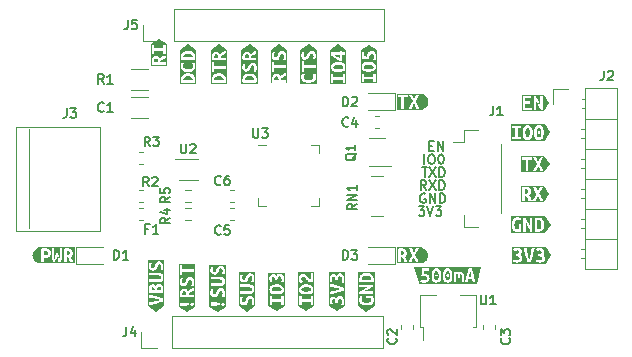
<source format=gbr>
G04 #@! TF.GenerationSoftware,KiCad,Pcbnew,7.0.9*
G04 #@! TF.CreationDate,2024-02-28T09:18:08+02:00*
G04 #@! TF.ProjectId,link,6c696e6b-2e6b-4696-9361-645f70636258,rev?*
G04 #@! TF.SameCoordinates,Original*
G04 #@! TF.FileFunction,Legend,Top*
G04 #@! TF.FilePolarity,Positive*
%FSLAX46Y46*%
G04 Gerber Fmt 4.6, Leading zero omitted, Abs format (unit mm)*
G04 Created by KiCad (PCBNEW 7.0.9) date 2024-02-28 09:18:08*
%MOMM*%
%LPD*%
G01*
G04 APERTURE LIST*
%ADD10C,0.200000*%
%ADD11C,0.150000*%
%ADD12C,0.120000*%
%ADD13C,0.100000*%
G04 APERTURE END LIST*
D10*
X144500000Y-84759695D02*
X144500000Y-83959695D01*
X145033333Y-83959695D02*
X145185714Y-83959695D01*
X145185714Y-83959695D02*
X145261904Y-83997790D01*
X145261904Y-83997790D02*
X145338095Y-84073980D01*
X145338095Y-84073980D02*
X145376190Y-84226361D01*
X145376190Y-84226361D02*
X145376190Y-84493028D01*
X145376190Y-84493028D02*
X145338095Y-84645409D01*
X145338095Y-84645409D02*
X145261904Y-84721600D01*
X145261904Y-84721600D02*
X145185714Y-84759695D01*
X145185714Y-84759695D02*
X145033333Y-84759695D01*
X145033333Y-84759695D02*
X144957142Y-84721600D01*
X144957142Y-84721600D02*
X144880952Y-84645409D01*
X144880952Y-84645409D02*
X144842856Y-84493028D01*
X144842856Y-84493028D02*
X144842856Y-84226361D01*
X144842856Y-84226361D02*
X144880952Y-84073980D01*
X144880952Y-84073980D02*
X144957142Y-83997790D01*
X144957142Y-83997790D02*
X145033333Y-83959695D01*
X145871428Y-83959695D02*
X145947618Y-83959695D01*
X145947618Y-83959695D02*
X146023809Y-83997790D01*
X146023809Y-83997790D02*
X146061904Y-84035885D01*
X146061904Y-84035885D02*
X146099999Y-84112076D01*
X146099999Y-84112076D02*
X146138094Y-84264457D01*
X146138094Y-84264457D02*
X146138094Y-84454933D01*
X146138094Y-84454933D02*
X146099999Y-84607314D01*
X146099999Y-84607314D02*
X146061904Y-84683504D01*
X146061904Y-84683504D02*
X146023809Y-84721600D01*
X146023809Y-84721600D02*
X145947618Y-84759695D01*
X145947618Y-84759695D02*
X145871428Y-84759695D01*
X145871428Y-84759695D02*
X145795237Y-84721600D01*
X145795237Y-84721600D02*
X145757142Y-84683504D01*
X145757142Y-84683504D02*
X145719047Y-84607314D01*
X145719047Y-84607314D02*
X145680951Y-84454933D01*
X145680951Y-84454933D02*
X145680951Y-84264457D01*
X145680951Y-84264457D02*
X145719047Y-84112076D01*
X145719047Y-84112076D02*
X145757142Y-84035885D01*
X145757142Y-84035885D02*
X145795237Y-83997790D01*
X145795237Y-83997790D02*
X145871428Y-83959695D01*
X144290476Y-85059695D02*
X144747619Y-85059695D01*
X144519047Y-85859695D02*
X144519047Y-85059695D01*
X144938095Y-85059695D02*
X145471429Y-85859695D01*
X145471429Y-85059695D02*
X144938095Y-85859695D01*
X145776191Y-85859695D02*
X145776191Y-85059695D01*
X145776191Y-85059695D02*
X145966667Y-85059695D01*
X145966667Y-85059695D02*
X146080953Y-85097790D01*
X146080953Y-85097790D02*
X146157143Y-85173980D01*
X146157143Y-85173980D02*
X146195238Y-85250171D01*
X146195238Y-85250171D02*
X146233334Y-85402552D01*
X146233334Y-85402552D02*
X146233334Y-85516838D01*
X146233334Y-85516838D02*
X146195238Y-85669219D01*
X146195238Y-85669219D02*
X146157143Y-85745409D01*
X146157143Y-85745409D02*
X146080953Y-85821600D01*
X146080953Y-85821600D02*
X145966667Y-85859695D01*
X145966667Y-85859695D02*
X145776191Y-85859695D01*
X144666667Y-86959695D02*
X144400000Y-86578742D01*
X144209524Y-86959695D02*
X144209524Y-86159695D01*
X144209524Y-86159695D02*
X144514286Y-86159695D01*
X144514286Y-86159695D02*
X144590476Y-86197790D01*
X144590476Y-86197790D02*
X144628571Y-86235885D01*
X144628571Y-86235885D02*
X144666667Y-86312076D01*
X144666667Y-86312076D02*
X144666667Y-86426361D01*
X144666667Y-86426361D02*
X144628571Y-86502552D01*
X144628571Y-86502552D02*
X144590476Y-86540647D01*
X144590476Y-86540647D02*
X144514286Y-86578742D01*
X144514286Y-86578742D02*
X144209524Y-86578742D01*
X144933333Y-86159695D02*
X145466667Y-86959695D01*
X145466667Y-86159695D02*
X144933333Y-86959695D01*
X145771429Y-86959695D02*
X145771429Y-86159695D01*
X145771429Y-86159695D02*
X145961905Y-86159695D01*
X145961905Y-86159695D02*
X146076191Y-86197790D01*
X146076191Y-86197790D02*
X146152381Y-86273980D01*
X146152381Y-86273980D02*
X146190476Y-86350171D01*
X146190476Y-86350171D02*
X146228572Y-86502552D01*
X146228572Y-86502552D02*
X146228572Y-86616838D01*
X146228572Y-86616838D02*
X146190476Y-86769219D01*
X146190476Y-86769219D02*
X146152381Y-86845409D01*
X146152381Y-86845409D02*
X146076191Y-86921600D01*
X146076191Y-86921600D02*
X145961905Y-86959695D01*
X145961905Y-86959695D02*
X145771429Y-86959695D01*
X144590476Y-87297790D02*
X144514286Y-87259695D01*
X144514286Y-87259695D02*
X144400000Y-87259695D01*
X144400000Y-87259695D02*
X144285714Y-87297790D01*
X144285714Y-87297790D02*
X144209524Y-87373980D01*
X144209524Y-87373980D02*
X144171429Y-87450171D01*
X144171429Y-87450171D02*
X144133333Y-87602552D01*
X144133333Y-87602552D02*
X144133333Y-87716838D01*
X144133333Y-87716838D02*
X144171429Y-87869219D01*
X144171429Y-87869219D02*
X144209524Y-87945409D01*
X144209524Y-87945409D02*
X144285714Y-88021600D01*
X144285714Y-88021600D02*
X144400000Y-88059695D01*
X144400000Y-88059695D02*
X144476191Y-88059695D01*
X144476191Y-88059695D02*
X144590476Y-88021600D01*
X144590476Y-88021600D02*
X144628572Y-87983504D01*
X144628572Y-87983504D02*
X144628572Y-87716838D01*
X144628572Y-87716838D02*
X144476191Y-87716838D01*
X144971429Y-88059695D02*
X144971429Y-87259695D01*
X144971429Y-87259695D02*
X145428572Y-88059695D01*
X145428572Y-88059695D02*
X145428572Y-87259695D01*
X145809524Y-88059695D02*
X145809524Y-87259695D01*
X145809524Y-87259695D02*
X146000000Y-87259695D01*
X146000000Y-87259695D02*
X146114286Y-87297790D01*
X146114286Y-87297790D02*
X146190476Y-87373980D01*
X146190476Y-87373980D02*
X146228571Y-87450171D01*
X146228571Y-87450171D02*
X146266667Y-87602552D01*
X146266667Y-87602552D02*
X146266667Y-87716838D01*
X146266667Y-87716838D02*
X146228571Y-87869219D01*
X146228571Y-87869219D02*
X146190476Y-87945409D01*
X146190476Y-87945409D02*
X146114286Y-88021600D01*
X146114286Y-88021600D02*
X146000000Y-88059695D01*
X146000000Y-88059695D02*
X145809524Y-88059695D01*
X144009523Y-88359695D02*
X144504761Y-88359695D01*
X144504761Y-88359695D02*
X144238095Y-88664457D01*
X144238095Y-88664457D02*
X144352380Y-88664457D01*
X144352380Y-88664457D02*
X144428571Y-88702552D01*
X144428571Y-88702552D02*
X144466666Y-88740647D01*
X144466666Y-88740647D02*
X144504761Y-88816838D01*
X144504761Y-88816838D02*
X144504761Y-89007314D01*
X144504761Y-89007314D02*
X144466666Y-89083504D01*
X144466666Y-89083504D02*
X144428571Y-89121600D01*
X144428571Y-89121600D02*
X144352380Y-89159695D01*
X144352380Y-89159695D02*
X144123809Y-89159695D01*
X144123809Y-89159695D02*
X144047618Y-89121600D01*
X144047618Y-89121600D02*
X144009523Y-89083504D01*
X144733333Y-88359695D02*
X145000000Y-89159695D01*
X145000000Y-89159695D02*
X145266666Y-88359695D01*
X145457142Y-88359695D02*
X145952380Y-88359695D01*
X145952380Y-88359695D02*
X145685714Y-88664457D01*
X145685714Y-88664457D02*
X145799999Y-88664457D01*
X145799999Y-88664457D02*
X145876190Y-88702552D01*
X145876190Y-88702552D02*
X145914285Y-88740647D01*
X145914285Y-88740647D02*
X145952380Y-88816838D01*
X145952380Y-88816838D02*
X145952380Y-89007314D01*
X145952380Y-89007314D02*
X145914285Y-89083504D01*
X145914285Y-89083504D02*
X145876190Y-89121600D01*
X145876190Y-89121600D02*
X145799999Y-89159695D01*
X145799999Y-89159695D02*
X145571428Y-89159695D01*
X145571428Y-89159695D02*
X145495237Y-89121600D01*
X145495237Y-89121600D02*
X145457142Y-89083504D01*
X144909524Y-83240647D02*
X145176190Y-83240647D01*
X145290476Y-83659695D02*
X144909524Y-83659695D01*
X144909524Y-83659695D02*
X144909524Y-82859695D01*
X144909524Y-82859695D02*
X145290476Y-82859695D01*
X145633334Y-83659695D02*
X145633334Y-82859695D01*
X145633334Y-82859695D02*
X146090477Y-83659695D01*
X146090477Y-83659695D02*
X146090477Y-82859695D01*
D11*
X117366667Y-80286104D02*
X117328571Y-80324200D01*
X117328571Y-80324200D02*
X117214286Y-80362295D01*
X117214286Y-80362295D02*
X117138095Y-80362295D01*
X117138095Y-80362295D02*
X117023809Y-80324200D01*
X117023809Y-80324200D02*
X116947619Y-80248009D01*
X116947619Y-80248009D02*
X116909524Y-80171819D01*
X116909524Y-80171819D02*
X116871428Y-80019438D01*
X116871428Y-80019438D02*
X116871428Y-79905152D01*
X116871428Y-79905152D02*
X116909524Y-79752771D01*
X116909524Y-79752771D02*
X116947619Y-79676580D01*
X116947619Y-79676580D02*
X117023809Y-79600390D01*
X117023809Y-79600390D02*
X117138095Y-79562295D01*
X117138095Y-79562295D02*
X117214286Y-79562295D01*
X117214286Y-79562295D02*
X117328571Y-79600390D01*
X117328571Y-79600390D02*
X117366667Y-79638485D01*
X118128571Y-80362295D02*
X117671428Y-80362295D01*
X117900000Y-80362295D02*
X117900000Y-79562295D01*
X117900000Y-79562295D02*
X117823809Y-79676580D01*
X117823809Y-79676580D02*
X117747619Y-79752771D01*
X117747619Y-79752771D02*
X117671428Y-79790866D01*
X142086104Y-99533332D02*
X142124200Y-99571428D01*
X142124200Y-99571428D02*
X142162295Y-99685713D01*
X142162295Y-99685713D02*
X142162295Y-99761904D01*
X142162295Y-99761904D02*
X142124200Y-99876190D01*
X142124200Y-99876190D02*
X142048009Y-99952380D01*
X142048009Y-99952380D02*
X141971819Y-99990475D01*
X141971819Y-99990475D02*
X141819438Y-100028571D01*
X141819438Y-100028571D02*
X141705152Y-100028571D01*
X141705152Y-100028571D02*
X141552771Y-99990475D01*
X141552771Y-99990475D02*
X141476580Y-99952380D01*
X141476580Y-99952380D02*
X141400390Y-99876190D01*
X141400390Y-99876190D02*
X141362295Y-99761904D01*
X141362295Y-99761904D02*
X141362295Y-99685713D01*
X141362295Y-99685713D02*
X141400390Y-99571428D01*
X141400390Y-99571428D02*
X141438485Y-99533332D01*
X141438485Y-99228571D02*
X141400390Y-99190475D01*
X141400390Y-99190475D02*
X141362295Y-99114285D01*
X141362295Y-99114285D02*
X141362295Y-98923809D01*
X141362295Y-98923809D02*
X141400390Y-98847618D01*
X141400390Y-98847618D02*
X141438485Y-98809523D01*
X141438485Y-98809523D02*
X141514676Y-98771428D01*
X141514676Y-98771428D02*
X141590866Y-98771428D01*
X141590866Y-98771428D02*
X141705152Y-98809523D01*
X141705152Y-98809523D02*
X142162295Y-99266666D01*
X142162295Y-99266666D02*
X142162295Y-98771428D01*
X127266667Y-86486104D02*
X127228571Y-86524200D01*
X127228571Y-86524200D02*
X127114286Y-86562295D01*
X127114286Y-86562295D02*
X127038095Y-86562295D01*
X127038095Y-86562295D02*
X126923809Y-86524200D01*
X126923809Y-86524200D02*
X126847619Y-86448009D01*
X126847619Y-86448009D02*
X126809524Y-86371819D01*
X126809524Y-86371819D02*
X126771428Y-86219438D01*
X126771428Y-86219438D02*
X126771428Y-86105152D01*
X126771428Y-86105152D02*
X126809524Y-85952771D01*
X126809524Y-85952771D02*
X126847619Y-85876580D01*
X126847619Y-85876580D02*
X126923809Y-85800390D01*
X126923809Y-85800390D02*
X127038095Y-85762295D01*
X127038095Y-85762295D02*
X127114286Y-85762295D01*
X127114286Y-85762295D02*
X127228571Y-85800390D01*
X127228571Y-85800390D02*
X127266667Y-85838485D01*
X127952381Y-85762295D02*
X127800000Y-85762295D01*
X127800000Y-85762295D02*
X127723809Y-85800390D01*
X127723809Y-85800390D02*
X127685714Y-85838485D01*
X127685714Y-85838485D02*
X127609524Y-85952771D01*
X127609524Y-85952771D02*
X127571428Y-86105152D01*
X127571428Y-86105152D02*
X127571428Y-86409914D01*
X127571428Y-86409914D02*
X127609524Y-86486104D01*
X127609524Y-86486104D02*
X127647619Y-86524200D01*
X127647619Y-86524200D02*
X127723809Y-86562295D01*
X127723809Y-86562295D02*
X127876190Y-86562295D01*
X127876190Y-86562295D02*
X127952381Y-86524200D01*
X127952381Y-86524200D02*
X127990476Y-86486104D01*
X127990476Y-86486104D02*
X128028571Y-86409914D01*
X128028571Y-86409914D02*
X128028571Y-86219438D01*
X128028571Y-86219438D02*
X127990476Y-86143247D01*
X127990476Y-86143247D02*
X127952381Y-86105152D01*
X127952381Y-86105152D02*
X127876190Y-86067057D01*
X127876190Y-86067057D02*
X127723809Y-86067057D01*
X127723809Y-86067057D02*
X127647619Y-86105152D01*
X127647619Y-86105152D02*
X127609524Y-86143247D01*
X127609524Y-86143247D02*
X127571428Y-86219438D01*
X151686104Y-99533332D02*
X151724200Y-99571428D01*
X151724200Y-99571428D02*
X151762295Y-99685713D01*
X151762295Y-99685713D02*
X151762295Y-99761904D01*
X151762295Y-99761904D02*
X151724200Y-99876190D01*
X151724200Y-99876190D02*
X151648009Y-99952380D01*
X151648009Y-99952380D02*
X151571819Y-99990475D01*
X151571819Y-99990475D02*
X151419438Y-100028571D01*
X151419438Y-100028571D02*
X151305152Y-100028571D01*
X151305152Y-100028571D02*
X151152771Y-99990475D01*
X151152771Y-99990475D02*
X151076580Y-99952380D01*
X151076580Y-99952380D02*
X151000390Y-99876190D01*
X151000390Y-99876190D02*
X150962295Y-99761904D01*
X150962295Y-99761904D02*
X150962295Y-99685713D01*
X150962295Y-99685713D02*
X151000390Y-99571428D01*
X151000390Y-99571428D02*
X151038485Y-99533332D01*
X150962295Y-99266666D02*
X150962295Y-98771428D01*
X150962295Y-98771428D02*
X151267057Y-99038094D01*
X151267057Y-99038094D02*
X151267057Y-98923809D01*
X151267057Y-98923809D02*
X151305152Y-98847618D01*
X151305152Y-98847618D02*
X151343247Y-98809523D01*
X151343247Y-98809523D02*
X151419438Y-98771428D01*
X151419438Y-98771428D02*
X151609914Y-98771428D01*
X151609914Y-98771428D02*
X151686104Y-98809523D01*
X151686104Y-98809523D02*
X151724200Y-98847618D01*
X151724200Y-98847618D02*
X151762295Y-98923809D01*
X151762295Y-98923809D02*
X151762295Y-99152380D01*
X151762295Y-99152380D02*
X151724200Y-99228571D01*
X151724200Y-99228571D02*
X151686104Y-99266666D01*
X121133333Y-90243247D02*
X120866667Y-90243247D01*
X120866667Y-90662295D02*
X120866667Y-89862295D01*
X120866667Y-89862295D02*
X121247619Y-89862295D01*
X121971428Y-90662295D02*
X121514285Y-90662295D01*
X121742857Y-90662295D02*
X121742857Y-89862295D01*
X121742857Y-89862295D02*
X121666666Y-89976580D01*
X121666666Y-89976580D02*
X121590476Y-90052771D01*
X121590476Y-90052771D02*
X121514285Y-90090866D01*
X150333333Y-79862295D02*
X150333333Y-80433723D01*
X150333333Y-80433723D02*
X150295238Y-80548009D01*
X150295238Y-80548009D02*
X150219047Y-80624200D01*
X150219047Y-80624200D02*
X150104762Y-80662295D01*
X150104762Y-80662295D02*
X150028571Y-80662295D01*
X151133333Y-80662295D02*
X150676190Y-80662295D01*
X150904762Y-80662295D02*
X150904762Y-79862295D01*
X150904762Y-79862295D02*
X150828571Y-79976580D01*
X150828571Y-79976580D02*
X150752381Y-80052771D01*
X150752381Y-80052771D02*
X150676190Y-80090866D01*
X114233333Y-80062295D02*
X114233333Y-80633723D01*
X114233333Y-80633723D02*
X114195238Y-80748009D01*
X114195238Y-80748009D02*
X114119047Y-80824200D01*
X114119047Y-80824200D02*
X114004762Y-80862295D01*
X114004762Y-80862295D02*
X113928571Y-80862295D01*
X114538095Y-80062295D02*
X115033333Y-80062295D01*
X115033333Y-80062295D02*
X114766667Y-80367057D01*
X114766667Y-80367057D02*
X114880952Y-80367057D01*
X114880952Y-80367057D02*
X114957143Y-80405152D01*
X114957143Y-80405152D02*
X114995238Y-80443247D01*
X114995238Y-80443247D02*
X115033333Y-80519438D01*
X115033333Y-80519438D02*
X115033333Y-80709914D01*
X115033333Y-80709914D02*
X114995238Y-80786104D01*
X114995238Y-80786104D02*
X114957143Y-80824200D01*
X114957143Y-80824200D02*
X114880952Y-80862295D01*
X114880952Y-80862295D02*
X114652381Y-80862295D01*
X114652381Y-80862295D02*
X114576190Y-80824200D01*
X114576190Y-80824200D02*
X114538095Y-80786104D01*
X121166667Y-86662295D02*
X120900000Y-86281342D01*
X120709524Y-86662295D02*
X120709524Y-85862295D01*
X120709524Y-85862295D02*
X121014286Y-85862295D01*
X121014286Y-85862295D02*
X121090476Y-85900390D01*
X121090476Y-85900390D02*
X121128571Y-85938485D01*
X121128571Y-85938485D02*
X121166667Y-86014676D01*
X121166667Y-86014676D02*
X121166667Y-86128961D01*
X121166667Y-86128961D02*
X121128571Y-86205152D01*
X121128571Y-86205152D02*
X121090476Y-86243247D01*
X121090476Y-86243247D02*
X121014286Y-86281342D01*
X121014286Y-86281342D02*
X120709524Y-86281342D01*
X121471428Y-85938485D02*
X121509524Y-85900390D01*
X121509524Y-85900390D02*
X121585714Y-85862295D01*
X121585714Y-85862295D02*
X121776190Y-85862295D01*
X121776190Y-85862295D02*
X121852381Y-85900390D01*
X121852381Y-85900390D02*
X121890476Y-85938485D01*
X121890476Y-85938485D02*
X121928571Y-86014676D01*
X121928571Y-86014676D02*
X121928571Y-86090866D01*
X121928571Y-86090866D02*
X121890476Y-86205152D01*
X121890476Y-86205152D02*
X121433333Y-86662295D01*
X121433333Y-86662295D02*
X121928571Y-86662295D01*
X121266667Y-83262295D02*
X121000000Y-82881342D01*
X120809524Y-83262295D02*
X120809524Y-82462295D01*
X120809524Y-82462295D02*
X121114286Y-82462295D01*
X121114286Y-82462295D02*
X121190476Y-82500390D01*
X121190476Y-82500390D02*
X121228571Y-82538485D01*
X121228571Y-82538485D02*
X121266667Y-82614676D01*
X121266667Y-82614676D02*
X121266667Y-82728961D01*
X121266667Y-82728961D02*
X121228571Y-82805152D01*
X121228571Y-82805152D02*
X121190476Y-82843247D01*
X121190476Y-82843247D02*
X121114286Y-82881342D01*
X121114286Y-82881342D02*
X120809524Y-82881342D01*
X121533333Y-82462295D02*
X122028571Y-82462295D01*
X122028571Y-82462295D02*
X121761905Y-82767057D01*
X121761905Y-82767057D02*
X121876190Y-82767057D01*
X121876190Y-82767057D02*
X121952381Y-82805152D01*
X121952381Y-82805152D02*
X121990476Y-82843247D01*
X121990476Y-82843247D02*
X122028571Y-82919438D01*
X122028571Y-82919438D02*
X122028571Y-83109914D01*
X122028571Y-83109914D02*
X121990476Y-83186104D01*
X121990476Y-83186104D02*
X121952381Y-83224200D01*
X121952381Y-83224200D02*
X121876190Y-83262295D01*
X121876190Y-83262295D02*
X121647619Y-83262295D01*
X121647619Y-83262295D02*
X121571428Y-83224200D01*
X121571428Y-83224200D02*
X121533333Y-83186104D01*
X117366667Y-77962295D02*
X117100000Y-77581342D01*
X116909524Y-77962295D02*
X116909524Y-77162295D01*
X116909524Y-77162295D02*
X117214286Y-77162295D01*
X117214286Y-77162295D02*
X117290476Y-77200390D01*
X117290476Y-77200390D02*
X117328571Y-77238485D01*
X117328571Y-77238485D02*
X117366667Y-77314676D01*
X117366667Y-77314676D02*
X117366667Y-77428961D01*
X117366667Y-77428961D02*
X117328571Y-77505152D01*
X117328571Y-77505152D02*
X117290476Y-77543247D01*
X117290476Y-77543247D02*
X117214286Y-77581342D01*
X117214286Y-77581342D02*
X116909524Y-77581342D01*
X118128571Y-77962295D02*
X117671428Y-77962295D01*
X117900000Y-77962295D02*
X117900000Y-77162295D01*
X117900000Y-77162295D02*
X117823809Y-77276580D01*
X117823809Y-77276580D02*
X117747619Y-77352771D01*
X117747619Y-77352771D02*
X117671428Y-77390866D01*
X137609524Y-79862295D02*
X137609524Y-79062295D01*
X137609524Y-79062295D02*
X137800000Y-79062295D01*
X137800000Y-79062295D02*
X137914286Y-79100390D01*
X137914286Y-79100390D02*
X137990476Y-79176580D01*
X137990476Y-79176580D02*
X138028571Y-79252771D01*
X138028571Y-79252771D02*
X138066667Y-79405152D01*
X138066667Y-79405152D02*
X138066667Y-79519438D01*
X138066667Y-79519438D02*
X138028571Y-79671819D01*
X138028571Y-79671819D02*
X137990476Y-79748009D01*
X137990476Y-79748009D02*
X137914286Y-79824200D01*
X137914286Y-79824200D02*
X137800000Y-79862295D01*
X137800000Y-79862295D02*
X137609524Y-79862295D01*
X138371428Y-79138485D02*
X138409524Y-79100390D01*
X138409524Y-79100390D02*
X138485714Y-79062295D01*
X138485714Y-79062295D02*
X138676190Y-79062295D01*
X138676190Y-79062295D02*
X138752381Y-79100390D01*
X138752381Y-79100390D02*
X138790476Y-79138485D01*
X138790476Y-79138485D02*
X138828571Y-79214676D01*
X138828571Y-79214676D02*
X138828571Y-79290866D01*
X138828571Y-79290866D02*
X138790476Y-79405152D01*
X138790476Y-79405152D02*
X138333333Y-79862295D01*
X138333333Y-79862295D02*
X138828571Y-79862295D01*
X119283333Y-98562295D02*
X119283333Y-99133723D01*
X119283333Y-99133723D02*
X119245238Y-99248009D01*
X119245238Y-99248009D02*
X119169047Y-99324200D01*
X119169047Y-99324200D02*
X119054762Y-99362295D01*
X119054762Y-99362295D02*
X118978571Y-99362295D01*
X120007143Y-98828961D02*
X120007143Y-99362295D01*
X119816667Y-98524200D02*
X119626190Y-99095628D01*
X119626190Y-99095628D02*
X120121429Y-99095628D01*
X119403333Y-72562295D02*
X119403333Y-73133723D01*
X119403333Y-73133723D02*
X119365238Y-73248009D01*
X119365238Y-73248009D02*
X119289047Y-73324200D01*
X119289047Y-73324200D02*
X119174762Y-73362295D01*
X119174762Y-73362295D02*
X119098571Y-73362295D01*
X120165238Y-72562295D02*
X119784286Y-72562295D01*
X119784286Y-72562295D02*
X119746190Y-72943247D01*
X119746190Y-72943247D02*
X119784286Y-72905152D01*
X119784286Y-72905152D02*
X119860476Y-72867057D01*
X119860476Y-72867057D02*
X120050952Y-72867057D01*
X120050952Y-72867057D02*
X120127143Y-72905152D01*
X120127143Y-72905152D02*
X120165238Y-72943247D01*
X120165238Y-72943247D02*
X120203333Y-73019438D01*
X120203333Y-73019438D02*
X120203333Y-73209914D01*
X120203333Y-73209914D02*
X120165238Y-73286104D01*
X120165238Y-73286104D02*
X120127143Y-73324200D01*
X120127143Y-73324200D02*
X120050952Y-73362295D01*
X120050952Y-73362295D02*
X119860476Y-73362295D01*
X119860476Y-73362295D02*
X119784286Y-73324200D01*
X119784286Y-73324200D02*
X119746190Y-73286104D01*
X159683333Y-76862295D02*
X159683333Y-77433723D01*
X159683333Y-77433723D02*
X159645238Y-77548009D01*
X159645238Y-77548009D02*
X159569047Y-77624200D01*
X159569047Y-77624200D02*
X159454762Y-77662295D01*
X159454762Y-77662295D02*
X159378571Y-77662295D01*
X160026190Y-76938485D02*
X160064286Y-76900390D01*
X160064286Y-76900390D02*
X160140476Y-76862295D01*
X160140476Y-76862295D02*
X160330952Y-76862295D01*
X160330952Y-76862295D02*
X160407143Y-76900390D01*
X160407143Y-76900390D02*
X160445238Y-76938485D01*
X160445238Y-76938485D02*
X160483333Y-77014676D01*
X160483333Y-77014676D02*
X160483333Y-77090866D01*
X160483333Y-77090866D02*
X160445238Y-77205152D01*
X160445238Y-77205152D02*
X159988095Y-77662295D01*
X159988095Y-77662295D02*
X160483333Y-77662295D01*
X138066667Y-81536104D02*
X138028571Y-81574200D01*
X138028571Y-81574200D02*
X137914286Y-81612295D01*
X137914286Y-81612295D02*
X137838095Y-81612295D01*
X137838095Y-81612295D02*
X137723809Y-81574200D01*
X137723809Y-81574200D02*
X137647619Y-81498009D01*
X137647619Y-81498009D02*
X137609524Y-81421819D01*
X137609524Y-81421819D02*
X137571428Y-81269438D01*
X137571428Y-81269438D02*
X137571428Y-81155152D01*
X137571428Y-81155152D02*
X137609524Y-81002771D01*
X137609524Y-81002771D02*
X137647619Y-80926580D01*
X137647619Y-80926580D02*
X137723809Y-80850390D01*
X137723809Y-80850390D02*
X137838095Y-80812295D01*
X137838095Y-80812295D02*
X137914286Y-80812295D01*
X137914286Y-80812295D02*
X138028571Y-80850390D01*
X138028571Y-80850390D02*
X138066667Y-80888485D01*
X138752381Y-81078961D02*
X138752381Y-81612295D01*
X138561905Y-80774200D02*
X138371428Y-81345628D01*
X138371428Y-81345628D02*
X138866667Y-81345628D01*
X122962295Y-89333332D02*
X122581342Y-89599999D01*
X122962295Y-89790475D02*
X122162295Y-89790475D01*
X122162295Y-89790475D02*
X122162295Y-89485713D01*
X122162295Y-89485713D02*
X122200390Y-89409523D01*
X122200390Y-89409523D02*
X122238485Y-89371428D01*
X122238485Y-89371428D02*
X122314676Y-89333332D01*
X122314676Y-89333332D02*
X122428961Y-89333332D01*
X122428961Y-89333332D02*
X122505152Y-89371428D01*
X122505152Y-89371428D02*
X122543247Y-89409523D01*
X122543247Y-89409523D02*
X122581342Y-89485713D01*
X122581342Y-89485713D02*
X122581342Y-89790475D01*
X122428961Y-88647618D02*
X122962295Y-88647618D01*
X122124200Y-88838094D02*
X122695628Y-89028571D01*
X122695628Y-89028571D02*
X122695628Y-88533332D01*
X122962295Y-87533332D02*
X122581342Y-87799999D01*
X122962295Y-87990475D02*
X122162295Y-87990475D01*
X122162295Y-87990475D02*
X122162295Y-87685713D01*
X122162295Y-87685713D02*
X122200390Y-87609523D01*
X122200390Y-87609523D02*
X122238485Y-87571428D01*
X122238485Y-87571428D02*
X122314676Y-87533332D01*
X122314676Y-87533332D02*
X122428961Y-87533332D01*
X122428961Y-87533332D02*
X122505152Y-87571428D01*
X122505152Y-87571428D02*
X122543247Y-87609523D01*
X122543247Y-87609523D02*
X122581342Y-87685713D01*
X122581342Y-87685713D02*
X122581342Y-87990475D01*
X122162295Y-86809523D02*
X122162295Y-87190475D01*
X122162295Y-87190475D02*
X122543247Y-87228571D01*
X122543247Y-87228571D02*
X122505152Y-87190475D01*
X122505152Y-87190475D02*
X122467057Y-87114285D01*
X122467057Y-87114285D02*
X122467057Y-86923809D01*
X122467057Y-86923809D02*
X122505152Y-86847618D01*
X122505152Y-86847618D02*
X122543247Y-86809523D01*
X122543247Y-86809523D02*
X122619438Y-86771428D01*
X122619438Y-86771428D02*
X122809914Y-86771428D01*
X122809914Y-86771428D02*
X122886104Y-86809523D01*
X122886104Y-86809523D02*
X122924200Y-86847618D01*
X122924200Y-86847618D02*
X122962295Y-86923809D01*
X122962295Y-86923809D02*
X122962295Y-87114285D01*
X122962295Y-87114285D02*
X122924200Y-87190475D01*
X122924200Y-87190475D02*
X122886104Y-87228571D01*
X129990476Y-81762295D02*
X129990476Y-82409914D01*
X129990476Y-82409914D02*
X130028571Y-82486104D01*
X130028571Y-82486104D02*
X130066666Y-82524200D01*
X130066666Y-82524200D02*
X130142857Y-82562295D01*
X130142857Y-82562295D02*
X130295238Y-82562295D01*
X130295238Y-82562295D02*
X130371428Y-82524200D01*
X130371428Y-82524200D02*
X130409523Y-82486104D01*
X130409523Y-82486104D02*
X130447619Y-82409914D01*
X130447619Y-82409914D02*
X130447619Y-81762295D01*
X130752380Y-81762295D02*
X131247618Y-81762295D01*
X131247618Y-81762295D02*
X130980952Y-82067057D01*
X130980952Y-82067057D02*
X131095237Y-82067057D01*
X131095237Y-82067057D02*
X131171428Y-82105152D01*
X131171428Y-82105152D02*
X131209523Y-82143247D01*
X131209523Y-82143247D02*
X131247618Y-82219438D01*
X131247618Y-82219438D02*
X131247618Y-82409914D01*
X131247618Y-82409914D02*
X131209523Y-82486104D01*
X131209523Y-82486104D02*
X131171428Y-82524200D01*
X131171428Y-82524200D02*
X131095237Y-82562295D01*
X131095237Y-82562295D02*
X130866666Y-82562295D01*
X130866666Y-82562295D02*
X130790475Y-82524200D01*
X130790475Y-82524200D02*
X130752380Y-82486104D01*
X149290476Y-95862295D02*
X149290476Y-96509914D01*
X149290476Y-96509914D02*
X149328571Y-96586104D01*
X149328571Y-96586104D02*
X149366666Y-96624200D01*
X149366666Y-96624200D02*
X149442857Y-96662295D01*
X149442857Y-96662295D02*
X149595238Y-96662295D01*
X149595238Y-96662295D02*
X149671428Y-96624200D01*
X149671428Y-96624200D02*
X149709523Y-96586104D01*
X149709523Y-96586104D02*
X149747619Y-96509914D01*
X149747619Y-96509914D02*
X149747619Y-95862295D01*
X150547618Y-96662295D02*
X150090475Y-96662295D01*
X150319047Y-96662295D02*
X150319047Y-95862295D01*
X150319047Y-95862295D02*
X150242856Y-95976580D01*
X150242856Y-95976580D02*
X150166666Y-96052771D01*
X150166666Y-96052771D02*
X150090475Y-96090866D01*
X127266667Y-90686104D02*
X127228571Y-90724200D01*
X127228571Y-90724200D02*
X127114286Y-90762295D01*
X127114286Y-90762295D02*
X127038095Y-90762295D01*
X127038095Y-90762295D02*
X126923809Y-90724200D01*
X126923809Y-90724200D02*
X126847619Y-90648009D01*
X126847619Y-90648009D02*
X126809524Y-90571819D01*
X126809524Y-90571819D02*
X126771428Y-90419438D01*
X126771428Y-90419438D02*
X126771428Y-90305152D01*
X126771428Y-90305152D02*
X126809524Y-90152771D01*
X126809524Y-90152771D02*
X126847619Y-90076580D01*
X126847619Y-90076580D02*
X126923809Y-90000390D01*
X126923809Y-90000390D02*
X127038095Y-89962295D01*
X127038095Y-89962295D02*
X127114286Y-89962295D01*
X127114286Y-89962295D02*
X127228571Y-90000390D01*
X127228571Y-90000390D02*
X127266667Y-90038485D01*
X127990476Y-89962295D02*
X127609524Y-89962295D01*
X127609524Y-89962295D02*
X127571428Y-90343247D01*
X127571428Y-90343247D02*
X127609524Y-90305152D01*
X127609524Y-90305152D02*
X127685714Y-90267057D01*
X127685714Y-90267057D02*
X127876190Y-90267057D01*
X127876190Y-90267057D02*
X127952381Y-90305152D01*
X127952381Y-90305152D02*
X127990476Y-90343247D01*
X127990476Y-90343247D02*
X128028571Y-90419438D01*
X128028571Y-90419438D02*
X128028571Y-90609914D01*
X128028571Y-90609914D02*
X127990476Y-90686104D01*
X127990476Y-90686104D02*
X127952381Y-90724200D01*
X127952381Y-90724200D02*
X127876190Y-90762295D01*
X127876190Y-90762295D02*
X127685714Y-90762295D01*
X127685714Y-90762295D02*
X127609524Y-90724200D01*
X127609524Y-90724200D02*
X127571428Y-90686104D01*
X137609524Y-92862295D02*
X137609524Y-92062295D01*
X137609524Y-92062295D02*
X137800000Y-92062295D01*
X137800000Y-92062295D02*
X137914286Y-92100390D01*
X137914286Y-92100390D02*
X137990476Y-92176580D01*
X137990476Y-92176580D02*
X138028571Y-92252771D01*
X138028571Y-92252771D02*
X138066667Y-92405152D01*
X138066667Y-92405152D02*
X138066667Y-92519438D01*
X138066667Y-92519438D02*
X138028571Y-92671819D01*
X138028571Y-92671819D02*
X137990476Y-92748009D01*
X137990476Y-92748009D02*
X137914286Y-92824200D01*
X137914286Y-92824200D02*
X137800000Y-92862295D01*
X137800000Y-92862295D02*
X137609524Y-92862295D01*
X138333333Y-92062295D02*
X138828571Y-92062295D01*
X138828571Y-92062295D02*
X138561905Y-92367057D01*
X138561905Y-92367057D02*
X138676190Y-92367057D01*
X138676190Y-92367057D02*
X138752381Y-92405152D01*
X138752381Y-92405152D02*
X138790476Y-92443247D01*
X138790476Y-92443247D02*
X138828571Y-92519438D01*
X138828571Y-92519438D02*
X138828571Y-92709914D01*
X138828571Y-92709914D02*
X138790476Y-92786104D01*
X138790476Y-92786104D02*
X138752381Y-92824200D01*
X138752381Y-92824200D02*
X138676190Y-92862295D01*
X138676190Y-92862295D02*
X138447619Y-92862295D01*
X138447619Y-92862295D02*
X138371428Y-92824200D01*
X138371428Y-92824200D02*
X138333333Y-92786104D01*
X138738485Y-83876190D02*
X138700390Y-83952380D01*
X138700390Y-83952380D02*
X138624200Y-84028571D01*
X138624200Y-84028571D02*
X138509914Y-84142857D01*
X138509914Y-84142857D02*
X138471819Y-84219047D01*
X138471819Y-84219047D02*
X138471819Y-84295238D01*
X138662295Y-84257142D02*
X138624200Y-84333333D01*
X138624200Y-84333333D02*
X138548009Y-84409523D01*
X138548009Y-84409523D02*
X138395628Y-84447619D01*
X138395628Y-84447619D02*
X138128961Y-84447619D01*
X138128961Y-84447619D02*
X137976580Y-84409523D01*
X137976580Y-84409523D02*
X137900390Y-84333333D01*
X137900390Y-84333333D02*
X137862295Y-84257142D01*
X137862295Y-84257142D02*
X137862295Y-84104761D01*
X137862295Y-84104761D02*
X137900390Y-84028571D01*
X137900390Y-84028571D02*
X137976580Y-83952380D01*
X137976580Y-83952380D02*
X138128961Y-83914285D01*
X138128961Y-83914285D02*
X138395628Y-83914285D01*
X138395628Y-83914285D02*
X138548009Y-83952380D01*
X138548009Y-83952380D02*
X138624200Y-84028571D01*
X138624200Y-84028571D02*
X138662295Y-84104761D01*
X138662295Y-84104761D02*
X138662295Y-84257142D01*
X138662295Y-83152381D02*
X138662295Y-83609524D01*
X138662295Y-83380952D02*
X137862295Y-83380952D01*
X137862295Y-83380952D02*
X137976580Y-83457143D01*
X137976580Y-83457143D02*
X138052771Y-83533333D01*
X138052771Y-83533333D02*
X138090866Y-83609524D01*
X138762295Y-88152380D02*
X138381342Y-88419047D01*
X138762295Y-88609523D02*
X137962295Y-88609523D01*
X137962295Y-88609523D02*
X137962295Y-88304761D01*
X137962295Y-88304761D02*
X138000390Y-88228571D01*
X138000390Y-88228571D02*
X138038485Y-88190476D01*
X138038485Y-88190476D02*
X138114676Y-88152380D01*
X138114676Y-88152380D02*
X138228961Y-88152380D01*
X138228961Y-88152380D02*
X138305152Y-88190476D01*
X138305152Y-88190476D02*
X138343247Y-88228571D01*
X138343247Y-88228571D02*
X138381342Y-88304761D01*
X138381342Y-88304761D02*
X138381342Y-88609523D01*
X138762295Y-87809523D02*
X137962295Y-87809523D01*
X137962295Y-87809523D02*
X138762295Y-87352380D01*
X138762295Y-87352380D02*
X137962295Y-87352380D01*
X138762295Y-86552381D02*
X138762295Y-87009524D01*
X138762295Y-86780952D02*
X137962295Y-86780952D01*
X137962295Y-86780952D02*
X138076580Y-86857143D01*
X138076580Y-86857143D02*
X138152771Y-86933333D01*
X138152771Y-86933333D02*
X138190866Y-87009524D01*
X118209524Y-92862295D02*
X118209524Y-92062295D01*
X118209524Y-92062295D02*
X118400000Y-92062295D01*
X118400000Y-92062295D02*
X118514286Y-92100390D01*
X118514286Y-92100390D02*
X118590476Y-92176580D01*
X118590476Y-92176580D02*
X118628571Y-92252771D01*
X118628571Y-92252771D02*
X118666667Y-92405152D01*
X118666667Y-92405152D02*
X118666667Y-92519438D01*
X118666667Y-92519438D02*
X118628571Y-92671819D01*
X118628571Y-92671819D02*
X118590476Y-92748009D01*
X118590476Y-92748009D02*
X118514286Y-92824200D01*
X118514286Y-92824200D02*
X118400000Y-92862295D01*
X118400000Y-92862295D02*
X118209524Y-92862295D01*
X119428571Y-92862295D02*
X118971428Y-92862295D01*
X119200000Y-92862295D02*
X119200000Y-92062295D01*
X119200000Y-92062295D02*
X119123809Y-92176580D01*
X119123809Y-92176580D02*
X119047619Y-92252771D01*
X119047619Y-92252771D02*
X118971428Y-92290866D01*
X123890476Y-83062295D02*
X123890476Y-83709914D01*
X123890476Y-83709914D02*
X123928571Y-83786104D01*
X123928571Y-83786104D02*
X123966666Y-83824200D01*
X123966666Y-83824200D02*
X124042857Y-83862295D01*
X124042857Y-83862295D02*
X124195238Y-83862295D01*
X124195238Y-83862295D02*
X124271428Y-83824200D01*
X124271428Y-83824200D02*
X124309523Y-83786104D01*
X124309523Y-83786104D02*
X124347619Y-83709914D01*
X124347619Y-83709914D02*
X124347619Y-83062295D01*
X124690475Y-83138485D02*
X124728571Y-83100390D01*
X124728571Y-83100390D02*
X124804761Y-83062295D01*
X124804761Y-83062295D02*
X124995237Y-83062295D01*
X124995237Y-83062295D02*
X125071428Y-83100390D01*
X125071428Y-83100390D02*
X125109523Y-83138485D01*
X125109523Y-83138485D02*
X125147618Y-83214676D01*
X125147618Y-83214676D02*
X125147618Y-83290866D01*
X125147618Y-83290866D02*
X125109523Y-83405152D01*
X125109523Y-83405152D02*
X124652380Y-83862295D01*
X124652380Y-83862295D02*
X125147618Y-83862295D01*
D12*
X119688748Y-79090000D02*
X121111252Y-79090000D01*
X119688748Y-80910000D02*
X121111252Y-80910000D01*
X143510000Y-98437221D02*
X143510000Y-98762779D01*
X142490000Y-98437221D02*
X142490000Y-98762779D01*
X128412779Y-88010000D02*
X128087221Y-88010000D01*
X128412779Y-86990000D02*
X128087221Y-86990000D01*
X150510000Y-98437221D02*
X150510000Y-98762779D01*
X149490000Y-98437221D02*
X149490000Y-98762779D01*
X120662779Y-89510000D02*
X120337221Y-89510000D01*
X120662779Y-88490000D02*
X120337221Y-88490000D01*
X149040000Y-81890000D02*
X147890000Y-81890000D01*
X147890000Y-81890000D02*
X147890000Y-82940000D01*
X147890000Y-82940000D02*
X146900000Y-82940000D01*
X151010000Y-83060000D02*
X151010000Y-88940000D01*
X149040000Y-90110000D02*
X147890000Y-90110000D01*
X147890000Y-90110000D02*
X147890000Y-89060000D01*
D13*
X117000000Y-81600000D02*
X109900000Y-81600000D01*
X117000000Y-81600000D02*
X117000000Y-90400000D01*
X111000000Y-90200000D02*
X111000000Y-81800000D01*
X117000000Y-90400000D02*
X109900000Y-90400000D01*
X109900000Y-90400000D02*
X109900000Y-81600000D01*
D12*
X120337221Y-86990000D02*
X120662779Y-86990000D01*
X120337221Y-88010000D02*
X120662779Y-88010000D01*
X120337221Y-83740000D02*
X120662779Y-83740000D01*
X120337221Y-84760000D02*
X120662779Y-84760000D01*
X119672936Y-76690000D02*
X121127064Y-76690000D01*
X119672936Y-78510000D02*
X121127064Y-78510000D01*
X141985000Y-80235000D02*
X141985000Y-78765000D01*
X141985000Y-78765000D02*
X139700000Y-78765000D01*
X139700000Y-80235000D02*
X141985000Y-80235000D01*
X120550000Y-100330000D02*
X120550000Y-99000000D01*
X121880000Y-100330000D02*
X120550000Y-100330000D01*
X123150000Y-100330000D02*
X140990000Y-100330000D01*
X123150000Y-100330000D02*
X123150000Y-97670000D01*
X140990000Y-100330000D02*
X140990000Y-97670000D01*
X123150000Y-97670000D02*
X140990000Y-97670000D01*
X120670000Y-74330000D02*
X120670000Y-73000000D01*
X122000000Y-74330000D02*
X120670000Y-74330000D01*
X123270000Y-74330000D02*
X141110000Y-74330000D01*
X123270000Y-74330000D02*
X123270000Y-71670000D01*
X141110000Y-74330000D02*
X141110000Y-71670000D01*
X123270000Y-71670000D02*
X141110000Y-71670000D01*
X155430000Y-78380000D02*
X156700000Y-78380000D01*
X155430000Y-79650000D02*
X155430000Y-78380000D01*
X157742929Y-81810000D02*
X158140000Y-81810000D01*
X157742929Y-82570000D02*
X158140000Y-82570000D01*
X157742929Y-84350000D02*
X158140000Y-84350000D01*
X157742929Y-85110000D02*
X158140000Y-85110000D01*
X157742929Y-86890000D02*
X158140000Y-86890000D01*
X157742929Y-87650000D02*
X158140000Y-87650000D01*
X157742929Y-89430000D02*
X158140000Y-89430000D01*
X157742929Y-90190000D02*
X158140000Y-90190000D01*
X157742929Y-91970000D02*
X158140000Y-91970000D01*
X157742929Y-92730000D02*
X158140000Y-92730000D01*
X157810000Y-79270000D02*
X158140000Y-79270000D01*
X157810000Y-80030000D02*
X158140000Y-80030000D01*
X158140000Y-78320000D02*
X158140000Y-93680000D01*
X158140000Y-80920000D02*
X160800000Y-80920000D01*
X158140000Y-83460000D02*
X160800000Y-83460000D01*
X158140000Y-86000000D02*
X160800000Y-86000000D01*
X158140000Y-88540000D02*
X160800000Y-88540000D01*
X158140000Y-91080000D02*
X160800000Y-91080000D01*
X158140000Y-93680000D02*
X160800000Y-93680000D01*
X160800000Y-78320000D02*
X158140000Y-78320000D01*
X160800000Y-93680000D02*
X160800000Y-78320000D01*
X140640580Y-81760000D02*
X140359420Y-81760000D01*
X140640580Y-80740000D02*
X140359420Y-80740000D01*
X124262742Y-88477500D02*
X124737258Y-88477500D01*
X124262742Y-89522500D02*
X124737258Y-89522500D01*
X124262742Y-86977500D02*
X124737258Y-86977500D01*
X124262742Y-88022500D02*
X124737258Y-88022500D01*
X130390000Y-88360000D02*
X130390000Y-87635000D01*
X131115000Y-83140000D02*
X130390000Y-83140000D01*
X131115000Y-88360000D02*
X130390000Y-88360000D01*
X134885000Y-83140000D02*
X135610000Y-83140000D01*
X134885000Y-88360000D02*
X135610000Y-88360000D01*
X135610000Y-83140000D02*
X135610000Y-83865000D01*
X135610000Y-88360000D02*
X135610000Y-87635000D01*
X144370000Y-99700000D02*
X144370000Y-98560000D01*
X144140000Y-98560000D02*
X144370000Y-98560000D01*
X144140000Y-98560000D02*
X144140000Y-95840000D01*
X148860000Y-98560000D02*
X148630000Y-98560000D01*
X144140000Y-95840000D02*
X145450000Y-95840000D01*
X147550000Y-95840000D02*
X148860000Y-95840000D01*
X148860000Y-95840000D02*
X148860000Y-98560000D01*
X128412779Y-89510000D02*
X128087221Y-89510000D01*
X128412779Y-88490000D02*
X128087221Y-88490000D01*
X141985000Y-93235000D02*
X141985000Y-91765000D01*
X141985000Y-91765000D02*
X139700000Y-91765000D01*
X139700000Y-93235000D02*
X141985000Y-93235000D01*
X141200000Y-82590000D02*
X139800000Y-82590000D01*
X139800000Y-84910000D02*
X141700000Y-84910000D01*
G36*
X129615227Y-75534296D02*
G01*
X129650232Y-75604305D01*
X129661900Y-75707651D01*
X129661900Y-75759086D01*
X129307570Y-75759086D01*
X129302807Y-75720986D01*
X129301855Y-75688601D01*
X129312809Y-75604305D01*
X129345670Y-75538106D01*
X129401867Y-75495243D01*
X129482830Y-75480956D01*
X129615227Y-75534296D01*
G37*
G36*
X129784058Y-77341903D02*
G01*
X129860972Y-77352618D01*
X129987655Y-77400243D01*
X130071475Y-77487873D01*
X130101955Y-77622176D01*
X130101955Y-77643131D01*
X130100050Y-77664086D01*
X129307570Y-77664086D01*
X129302807Y-77629796D01*
X129301855Y-77595506D01*
X129335192Y-77467871D01*
X129423775Y-77389766D01*
X129551410Y-77349761D01*
X129700000Y-77338331D01*
X129784058Y-77341903D01*
G37*
G36*
X130394690Y-76606811D02*
G01*
X130394690Y-77646941D01*
X130394690Y-77898401D01*
X130394690Y-77977776D01*
X129005310Y-77977776D01*
X129005310Y-77898401D01*
X129005310Y-77616461D01*
X129098020Y-77616461D01*
X129103735Y-77747906D01*
X129126595Y-77898401D01*
X130277215Y-77898401D01*
X130299122Y-77769813D01*
X130305790Y-77646941D01*
X130297456Y-77531926D01*
X130272452Y-77426913D01*
X130229352Y-77333806D01*
X130166725Y-77254511D01*
X130083619Y-77189979D01*
X129979082Y-77141163D01*
X129851686Y-77110445D01*
X129700000Y-77100206D01*
X129551648Y-77109493D01*
X129426632Y-77137353D01*
X129323286Y-77181883D01*
X129239942Y-77241176D01*
X129176363Y-77315233D01*
X129132310Y-77404053D01*
X129106592Y-77505256D01*
X129098020Y-77616461D01*
X129005310Y-77616461D01*
X129005310Y-76551566D01*
X129084685Y-76551566D01*
X129095057Y-76668300D01*
X129126172Y-76767043D01*
X129178030Y-76847793D01*
X129289472Y-76928518D01*
X129437110Y-76955426D01*
X129577127Y-76924946D01*
X129671425Y-76847793D01*
X129734290Y-76743971D01*
X129778105Y-76633481D01*
X129811442Y-76553471D01*
X129851447Y-76481081D01*
X129901930Y-76427741D01*
X129966700Y-76406786D01*
X130022897Y-76415358D01*
X130072427Y-76446791D01*
X130106717Y-76508703D01*
X130119100Y-76606811D01*
X130112432Y-76701823D01*
X130092430Y-76781118D01*
X130035280Y-76903991D01*
X130225780Y-76972571D01*
X130283882Y-76841126D01*
X130307457Y-76738732D01*
X130315315Y-76606811D01*
X130305261Y-76473143D01*
X130275098Y-76364241D01*
X130224827Y-76280103D01*
X130115528Y-76199379D01*
X129968605Y-76172471D01*
X129879784Y-76180567D01*
X129807632Y-76204856D01*
X129700952Y-76287723D01*
X129632372Y-76398213D01*
X129585700Y-76513466D01*
X129557125Y-76586808D01*
X129521882Y-76653483D01*
X129476162Y-76702061D01*
X129416155Y-76721111D01*
X129341013Y-76700368D01*
X129295928Y-76638137D01*
X129280900Y-76534421D01*
X129299950Y-76400118D01*
X129345670Y-76294391D01*
X129164695Y-76225811D01*
X129109450Y-76362018D01*
X129090876Y-76449886D01*
X129084685Y-76551566D01*
X129005310Y-76551566D01*
X129005310Y-75688601D01*
X129098020Y-75688601D01*
X129099925Y-75755276D01*
X129104687Y-75835286D01*
X129114212Y-75918153D01*
X129128500Y-75993401D01*
X130290550Y-75993401D01*
X130290550Y-75759086D01*
X129856210Y-75759086D01*
X129856210Y-75637166D01*
X129964081Y-75572634D01*
X130070522Y-75512388D01*
X130178393Y-75457858D01*
X130290550Y-75410471D01*
X130290550Y-75164726D01*
X130165772Y-75219018D01*
X130034327Y-75284741D01*
X129908597Y-75355226D01*
X129799060Y-75423806D01*
X129745244Y-75340462D01*
X129671425Y-75284741D01*
X129582842Y-75253308D01*
X129484735Y-75242831D01*
X129392104Y-75250689D01*
X129312332Y-75274263D01*
X129191365Y-75364751D01*
X129149931Y-75429521D01*
X129120880Y-75505721D01*
X129103735Y-75592398D01*
X129098020Y-75688601D01*
X129005310Y-75688601D01*
X129005310Y-75164726D01*
X129005310Y-75085351D01*
X129700000Y-74622224D01*
X130394690Y-75085351D01*
X130394690Y-75164726D01*
X130394690Y-76606811D01*
G37*
G36*
X153173295Y-86918524D02*
G01*
X153239494Y-86951385D01*
X153282357Y-87007583D01*
X153296644Y-87088545D01*
X153243304Y-87220942D01*
X153173295Y-87255947D01*
X153069949Y-87267615D01*
X153018514Y-87267615D01*
X153018514Y-86913285D01*
X153056614Y-86908522D01*
X153088999Y-86907570D01*
X153173295Y-86918524D01*
G37*
G36*
X155095176Y-87300000D02*
G01*
X154644749Y-87975640D01*
X154565374Y-87975640D01*
X154312009Y-87975640D01*
X153612874Y-87975640D01*
X152784199Y-87975640D01*
X152704824Y-87975640D01*
X152704824Y-87896265D01*
X152784199Y-87896265D01*
X153018514Y-87896265D01*
X153018514Y-87461925D01*
X153140434Y-87461925D01*
X153204966Y-87569796D01*
X153265212Y-87676238D01*
X153319742Y-87784108D01*
X153367129Y-87896265D01*
X153612874Y-87896265D01*
X153654784Y-87896265D01*
X153908149Y-87896265D01*
X153951964Y-87793157D01*
X154003399Y-87678142D01*
X154058644Y-87559318D01*
X154113889Y-87444780D01*
X154169849Y-87562890D01*
X154223427Y-87681000D01*
X154271766Y-87793871D01*
X154312009Y-87896265D01*
X154565374Y-87896265D01*
X154513939Y-87771488D01*
X154478935Y-87695288D01*
X154438692Y-87613373D01*
X154394162Y-87527409D01*
X154346299Y-87439065D01*
X154296293Y-87351435D01*
X154245334Y-87267615D01*
X154546324Y-86717070D01*
X154310104Y-86717070D01*
X154113889Y-87094260D01*
X153927199Y-86717070D01*
X153673834Y-86717070D01*
X153982444Y-87273330D01*
X153935772Y-87356912D01*
X153887194Y-87443828D01*
X153838855Y-87531219D01*
X153792897Y-87616230D01*
X153750034Y-87697193D01*
X153710982Y-87772440D01*
X153654784Y-87896265D01*
X153612874Y-87896265D01*
X153558582Y-87771488D01*
X153492859Y-87640042D01*
X153422374Y-87514312D01*
X153353794Y-87404775D01*
X153437138Y-87350959D01*
X153492859Y-87277140D01*
X153524292Y-87188557D01*
X153534769Y-87090450D01*
X153526911Y-86997819D01*
X153503337Y-86918047D01*
X153412849Y-86797080D01*
X153348079Y-86755646D01*
X153271879Y-86726595D01*
X153185202Y-86709450D01*
X153088999Y-86703735D01*
X153022324Y-86705640D01*
X152942314Y-86710403D01*
X152859447Y-86719927D01*
X152784199Y-86734215D01*
X152784199Y-87896265D01*
X152704824Y-87896265D01*
X152704824Y-86624360D01*
X152784199Y-86624360D01*
X154565374Y-86624360D01*
X154644749Y-86624360D01*
X155095176Y-87300000D01*
G37*
G36*
X135394690Y-76401071D02*
G01*
X135394690Y-77384051D01*
X135394690Y-77896496D01*
X135394690Y-77975871D01*
X134005310Y-77975871D01*
X134005310Y-77896496D01*
X134005310Y-77361191D01*
X134084685Y-77361191D01*
X134094924Y-77472871D01*
X134125642Y-77575503D01*
X134176125Y-77666943D01*
X134245657Y-77745048D01*
X134333526Y-77808628D01*
X134439015Y-77856491D01*
X134561411Y-77886495D01*
X134700000Y-77896496D01*
X134839184Y-77888281D01*
X134961461Y-77863635D01*
X135066832Y-77822558D01*
X135155295Y-77765051D01*
X135244195Y-77664298D01*
X135297535Y-77537298D01*
X135315315Y-77384051D01*
X135308886Y-77279990D01*
X135289597Y-77188788D01*
X135233400Y-77054486D01*
X135048615Y-77113541D01*
X135090525Y-77209743D01*
X135111480Y-77361191D01*
X135084572Y-77497160D01*
X135003847Y-77588838D01*
X134921615Y-77627468D01*
X134818427Y-77650645D01*
X134694285Y-77658371D01*
X134587605Y-77651941D01*
X134499975Y-77632653D01*
X134375197Y-77565978D01*
X134308522Y-77472633D01*
X134288520Y-77365001D01*
X134308522Y-77223078D01*
X134357100Y-77117351D01*
X134170410Y-77056391D01*
X134147550Y-77095443D01*
X134118975Y-77159261D01*
X134095162Y-77247843D01*
X134084685Y-77361191D01*
X134005310Y-77361191D01*
X134005310Y-76947806D01*
X134111355Y-76947806D01*
X134305665Y-76947806D01*
X134305665Y-76637291D01*
X135290550Y-76637291D01*
X135290550Y-76401071D01*
X134305665Y-76401071D01*
X134305665Y-76090556D01*
X134111355Y-76090556D01*
X134111355Y-76947806D01*
X134005310Y-76947806D01*
X134005310Y-75545726D01*
X134084685Y-75545726D01*
X134095057Y-75662460D01*
X134126172Y-75761202D01*
X134178030Y-75841953D01*
X134289472Y-75922678D01*
X134437110Y-75949586D01*
X134577127Y-75919106D01*
X134671425Y-75841953D01*
X134734290Y-75738131D01*
X134778105Y-75627641D01*
X134811442Y-75547631D01*
X134851447Y-75475241D01*
X134901930Y-75421901D01*
X134966700Y-75400946D01*
X135022897Y-75409518D01*
X135072427Y-75440951D01*
X135106717Y-75502863D01*
X135119100Y-75600971D01*
X135112432Y-75695983D01*
X135092430Y-75775278D01*
X135035280Y-75898151D01*
X135225780Y-75966731D01*
X135283882Y-75835286D01*
X135307457Y-75732892D01*
X135315315Y-75600971D01*
X135305261Y-75467303D01*
X135275098Y-75358401D01*
X135224827Y-75274263D01*
X135115528Y-75193539D01*
X134968605Y-75166631D01*
X134879784Y-75174727D01*
X134807632Y-75199016D01*
X134700952Y-75281883D01*
X134632372Y-75392373D01*
X134585700Y-75507626D01*
X134557125Y-75580968D01*
X134521882Y-75647643D01*
X134476162Y-75696221D01*
X134416155Y-75715271D01*
X134341013Y-75694527D01*
X134295928Y-75632297D01*
X134280900Y-75528581D01*
X134299950Y-75394278D01*
X134345670Y-75288551D01*
X134164695Y-75219971D01*
X134109450Y-75356178D01*
X134090876Y-75444046D01*
X134084685Y-75545726D01*
X134005310Y-75545726D01*
X134005310Y-75166631D01*
X134005310Y-75087256D01*
X134700000Y-74624129D01*
X135394690Y-75087256D01*
X135394690Y-75166631D01*
X135394690Y-75600971D01*
X135394690Y-76401071D01*
G37*
G36*
X137794690Y-95482737D02*
G01*
X137794690Y-96383802D01*
X137794690Y-96711462D01*
X137794690Y-96790837D01*
X137100000Y-97253963D01*
X136405310Y-96790837D01*
X136405310Y-96711462D01*
X136405310Y-96362847D01*
X136484685Y-96362847D01*
X136493496Y-96464050D01*
X136519927Y-96554299D01*
X136589460Y-96690507D01*
X136760910Y-96606687D01*
X136706617Y-96493339D01*
X136684710Y-96360942D01*
X136721857Y-96253309D01*
X136823775Y-96214257D01*
X136896165Y-96232354D01*
X136941885Y-96279027D01*
X136966650Y-96343797D01*
X136974270Y-96416187D01*
X136974270Y-96503817D01*
X137168580Y-96503817D01*
X137168580Y-96431427D01*
X137177867Y-96327128D01*
X137205727Y-96242832D01*
X137256924Y-96187110D01*
X137336220Y-96168537D01*
X137463855Y-96217114D01*
X137502431Y-96283551D01*
X137515290Y-96385707D01*
X137510051Y-96475956D01*
X137494335Y-96552394D01*
X137454330Y-96665742D01*
X137650545Y-96711462D01*
X137671500Y-96652407D01*
X137692455Y-96569539D01*
X137708647Y-96476194D01*
X137715315Y-96383802D01*
X137708409Y-96273788D01*
X137687692Y-96179967D01*
X137654355Y-96101862D01*
X137609587Y-96038997D01*
X137490525Y-95957082D01*
X137340030Y-95930412D01*
X137244304Y-95943032D01*
X137162865Y-95980894D01*
X137097619Y-96041616D01*
X137050470Y-96122817D01*
X136951410Y-96016137D01*
X136816155Y-95976132D01*
X136684710Y-95998992D01*
X136578982Y-96069477D01*
X136509450Y-96190444D01*
X136490876Y-96270216D01*
X136484685Y-96362847D01*
X136405310Y-96362847D01*
X136405310Y-95812302D01*
X136511355Y-95812302D01*
X136618035Y-95790394D01*
X136751385Y-95758962D01*
X136851186Y-95733773D01*
X136955008Y-95706468D01*
X137062852Y-95677047D01*
X137172813Y-95645932D01*
X137282986Y-95613547D01*
X137393370Y-95579892D01*
X137550532Y-95529885D01*
X137690550Y-95482737D01*
X137690550Y-95240802D01*
X137589056Y-95204395D01*
X137485233Y-95168835D01*
X137379082Y-95134122D01*
X137272403Y-95100784D01*
X137166992Y-95069352D01*
X137062852Y-95039824D01*
X136911167Y-94999343D01*
X136766625Y-94963624D01*
X136632322Y-94932906D01*
X136511355Y-94907427D01*
X136511355Y-95153172D01*
X136610415Y-95170317D01*
X136724715Y-95191272D01*
X136848302Y-95215084D01*
X136975222Y-95240802D01*
X137102857Y-95268424D01*
X137228587Y-95297952D01*
X137346459Y-95328432D01*
X137450520Y-95358912D01*
X137345031Y-95389630D01*
X137226682Y-95420824D01*
X137100952Y-95451304D01*
X136973317Y-95479879D01*
X136846635Y-95506311D01*
X136723762Y-95530362D01*
X136610177Y-95550364D01*
X136511355Y-95564652D01*
X136511355Y-95812302D01*
X136405310Y-95812302D01*
X136405310Y-94457847D01*
X136484685Y-94457847D01*
X136493496Y-94559050D01*
X136519927Y-94649299D01*
X136589460Y-94785507D01*
X136760910Y-94701687D01*
X136706617Y-94588339D01*
X136684710Y-94455942D01*
X136721857Y-94348309D01*
X136823775Y-94309257D01*
X136896165Y-94327354D01*
X136941885Y-94374027D01*
X136966650Y-94438797D01*
X136974270Y-94511187D01*
X136974270Y-94598817D01*
X137168580Y-94598817D01*
X137168580Y-94526427D01*
X137177867Y-94422128D01*
X137205727Y-94337832D01*
X137256924Y-94282110D01*
X137336220Y-94263537D01*
X137463855Y-94312114D01*
X137502431Y-94378551D01*
X137515290Y-94480707D01*
X137510051Y-94570956D01*
X137494335Y-94647394D01*
X137454330Y-94760742D01*
X137650545Y-94806462D01*
X137671500Y-94747407D01*
X137692455Y-94664539D01*
X137708647Y-94571194D01*
X137715315Y-94478802D01*
X137708409Y-94368788D01*
X137687692Y-94274967D01*
X137654355Y-94196862D01*
X137609587Y-94133997D01*
X137490525Y-94052082D01*
X137340030Y-94025412D01*
X137244304Y-94038032D01*
X137162865Y-94075894D01*
X137097619Y-94136616D01*
X137050470Y-94217817D01*
X136951410Y-94111137D01*
X136816155Y-94071132D01*
X136684710Y-94093992D01*
X136578982Y-94164477D01*
X136509450Y-94285444D01*
X136490876Y-94365216D01*
X136484685Y-94457847D01*
X136405310Y-94457847D01*
X136405310Y-94025412D01*
X136405310Y-93946037D01*
X137794690Y-93946037D01*
X137794690Y-94025412D01*
X137794690Y-94478802D01*
X137794690Y-95482737D01*
G37*
G36*
X142660689Y-92118524D02*
G01*
X142726888Y-92151385D01*
X142769750Y-92207583D01*
X142784038Y-92288545D01*
X142730698Y-92420942D01*
X142660689Y-92455947D01*
X142557343Y-92467615D01*
X142505908Y-92467615D01*
X142505908Y-92113285D01*
X142544008Y-92108522D01*
X142576393Y-92107570D01*
X142660689Y-92118524D01*
G37*
G36*
X144263953Y-91837342D02*
G01*
X144390699Y-91875790D01*
X144507508Y-91938226D01*
X144609892Y-92022250D01*
X144693917Y-92124635D01*
X144756352Y-92241444D01*
X144794800Y-92368189D01*
X144807782Y-92500000D01*
X144794800Y-92631811D01*
X144756352Y-92758556D01*
X144693917Y-92875365D01*
X144609892Y-92977750D01*
X144507508Y-93061774D01*
X144390699Y-93124210D01*
X144263953Y-93162658D01*
X144132143Y-93175640D01*
X144052768Y-93175640D01*
X143799403Y-93175640D01*
X143100268Y-93175640D01*
X142271593Y-93175640D01*
X142192218Y-93175640D01*
X142192218Y-93096265D01*
X142271593Y-93096265D01*
X142505908Y-93096265D01*
X142505908Y-92661925D01*
X142627828Y-92661925D01*
X142692359Y-92769796D01*
X142752605Y-92876238D01*
X142807136Y-92984108D01*
X142854523Y-93096265D01*
X143100268Y-93096265D01*
X143142178Y-93096265D01*
X143395543Y-93096265D01*
X143439358Y-92993157D01*
X143490793Y-92878142D01*
X143546038Y-92759318D01*
X143601283Y-92644780D01*
X143657242Y-92762890D01*
X143710820Y-92881000D01*
X143759159Y-92993871D01*
X143799403Y-93096265D01*
X144052768Y-93096265D01*
X144001333Y-92971488D01*
X143966328Y-92895288D01*
X143926085Y-92813373D01*
X143881556Y-92727409D01*
X143833693Y-92639065D01*
X143783686Y-92551435D01*
X143732728Y-92467615D01*
X144033718Y-91917070D01*
X143797498Y-91917070D01*
X143601283Y-92294260D01*
X143414593Y-91917070D01*
X143161228Y-91917070D01*
X143469838Y-92473330D01*
X143423165Y-92556912D01*
X143374588Y-92643828D01*
X143326248Y-92731219D01*
X143280290Y-92816230D01*
X143237428Y-92897193D01*
X143198375Y-92972440D01*
X143142178Y-93096265D01*
X143100268Y-93096265D01*
X143045975Y-92971488D01*
X142980253Y-92840042D01*
X142909768Y-92714312D01*
X142841188Y-92604775D01*
X142924531Y-92550959D01*
X142980253Y-92477140D01*
X143011685Y-92388557D01*
X143022163Y-92290450D01*
X143014304Y-92197819D01*
X142990730Y-92118047D01*
X142900243Y-91997080D01*
X142835473Y-91955646D01*
X142759273Y-91926595D01*
X142672595Y-91909450D01*
X142576393Y-91903735D01*
X142509718Y-91905640D01*
X142429708Y-91910403D01*
X142346840Y-91919927D01*
X142271593Y-91934215D01*
X142271593Y-93096265D01*
X142192218Y-93096265D01*
X142192218Y-91824360D01*
X142271593Y-91824360D01*
X144052768Y-91824360D01*
X144132143Y-91824360D01*
X144263953Y-91837342D01*
G37*
G36*
X139684058Y-94232819D02*
G01*
X139760972Y-94243534D01*
X139887655Y-94291159D01*
X139971475Y-94378789D01*
X140001955Y-94513092D01*
X140001955Y-94534047D01*
X140000050Y-94555002D01*
X139207570Y-94555002D01*
X139202807Y-94520712D01*
X139201855Y-94486422D01*
X139235192Y-94358787D01*
X139323775Y-94280682D01*
X139451410Y-94240677D01*
X139600000Y-94229247D01*
X139684058Y-94232819D01*
G37*
G36*
X140294690Y-95168412D02*
G01*
X140294690Y-96263787D01*
X140294690Y-96745752D01*
X140294690Y-96825127D01*
X139600000Y-97288253D01*
X138905310Y-96825127D01*
X138905310Y-96745752D01*
X138905310Y-96235212D01*
X138984685Y-96235212D01*
X138994448Y-96338558D01*
X139023737Y-96435237D01*
X139072553Y-96522390D01*
X139140895Y-96597162D01*
X139228287Y-96658598D01*
X139334252Y-96705747D01*
X139458316Y-96735750D01*
X139600000Y-96745752D01*
X139743113Y-96737179D01*
X139867652Y-96711462D01*
X139973380Y-96670028D01*
X140060057Y-96614307D01*
X140127685Y-96545012D01*
X140176262Y-96462859D01*
X140205552Y-96368800D01*
X140215315Y-96263787D01*
X140210553Y-96147344D01*
X140196265Y-96049474D01*
X140161975Y-95918982D01*
X139573330Y-95918982D01*
X139573330Y-96153297D01*
X140003860Y-96153297D01*
X140009575Y-96199017D01*
X140011480Y-96244737D01*
X139986477Y-96358560D01*
X139911467Y-96440952D01*
X139832410Y-96477993D01*
X139728587Y-96500218D01*
X139600000Y-96507627D01*
X139512608Y-96503579D01*
X139433312Y-96491434D01*
X139303772Y-96438094D01*
X139219000Y-96343797D01*
X139188520Y-96202827D01*
X139209475Y-96077097D01*
X139257100Y-95974227D01*
X139070410Y-95913267D01*
X139047550Y-95952319D01*
X139018975Y-96018042D01*
X138995162Y-96112339D01*
X138984685Y-96235212D01*
X138905310Y-96235212D01*
X138905310Y-95757057D01*
X139011355Y-95757057D01*
X140190550Y-95757057D01*
X140190550Y-95545602D01*
X139407595Y-95545602D01*
X139538299Y-95474799D01*
X139668792Y-95407172D01*
X139799072Y-95342719D01*
X139929353Y-95281442D01*
X140059846Y-95223339D01*
X140190550Y-95168412D01*
X140190550Y-94979817D01*
X139011355Y-94979817D01*
X139011355Y-95191272D01*
X139737160Y-95191272D01*
X139662865Y-95224847D01*
X139577140Y-95264614D01*
X139484271Y-95309382D01*
X139388545Y-95357959D01*
X139291152Y-95409156D01*
X139193282Y-95461782D01*
X139098747Y-95515122D01*
X139011355Y-95568462D01*
X139011355Y-95757057D01*
X138905310Y-95757057D01*
X138905310Y-94507377D01*
X138998020Y-94507377D01*
X139003735Y-94638822D01*
X139026595Y-94789317D01*
X140177215Y-94789317D01*
X140199122Y-94660729D01*
X140205790Y-94537857D01*
X140197456Y-94422842D01*
X140172452Y-94317829D01*
X140129352Y-94224722D01*
X140066725Y-94145427D01*
X139983619Y-94080895D01*
X139879082Y-94032079D01*
X139751686Y-94001361D01*
X139600000Y-93991122D01*
X139451648Y-94000409D01*
X139326632Y-94028269D01*
X139223286Y-94072799D01*
X139139942Y-94132092D01*
X139076363Y-94206149D01*
X139032310Y-94294969D01*
X139006592Y-94396172D01*
X138998020Y-94507377D01*
X138905310Y-94507377D01*
X138905310Y-93991122D01*
X138905310Y-93911747D01*
X140294690Y-93911747D01*
X140294690Y-93991122D01*
X140294690Y-94537857D01*
X140294690Y-95168412D01*
G37*
G36*
X155051043Y-79600000D02*
G01*
X154605062Y-80268973D01*
X154525687Y-80268973D01*
X154337092Y-80268973D01*
X152828332Y-80268973D01*
X152748957Y-80268973D01*
X152748957Y-79010403D01*
X152828332Y-79010403D01*
X152828332Y-80189598D01*
X153584617Y-80189598D01*
X153584617Y-79995288D01*
X153062647Y-79995288D01*
X153062647Y-79663817D01*
X153479842Y-79663817D01*
X153479842Y-79469507D01*
X153062647Y-79469507D01*
X153062647Y-79204713D01*
X153542707Y-79204713D01*
X153542707Y-79010403D01*
X153748447Y-79010403D01*
X153748447Y-80189598D01*
X153959902Y-80189598D01*
X153959902Y-79406642D01*
X154030704Y-79537347D01*
X154098332Y-79667839D01*
X154162784Y-79798120D01*
X154224062Y-79928401D01*
X154282164Y-80058893D01*
X154337092Y-80189598D01*
X154525687Y-80189598D01*
X154525687Y-79010403D01*
X154314232Y-79010403D01*
X154314232Y-79736208D01*
X154280656Y-79661913D01*
X154240889Y-79576187D01*
X154196122Y-79483319D01*
X154147544Y-79387592D01*
X154096347Y-79290199D01*
X154043722Y-79192330D01*
X153990382Y-79097794D01*
X153937042Y-79010403D01*
X153748447Y-79010403D01*
X153542707Y-79010403D01*
X152828332Y-79010403D01*
X152748957Y-79010403D01*
X152748957Y-78931027D01*
X152828332Y-78931027D01*
X154525687Y-78931027D01*
X154605062Y-78931027D01*
X155051043Y-79600000D01*
G37*
G36*
X155120576Y-84800000D02*
G01*
X154674594Y-85468973D01*
X154595219Y-85468973D01*
X154341854Y-85468973D01*
X153305534Y-85468973D01*
X152758799Y-85468973D01*
X152679424Y-85468973D01*
X152679424Y-84210403D01*
X152758799Y-84210403D01*
X152758799Y-84404713D01*
X153069314Y-84404713D01*
X153069314Y-85389598D01*
X153305534Y-85389598D01*
X153684629Y-85389598D01*
X153937994Y-85389598D01*
X153981809Y-85286489D01*
X154033244Y-85171475D01*
X154088489Y-85052651D01*
X154143734Y-84938113D01*
X154199694Y-85056223D01*
X154253272Y-85174333D01*
X154301611Y-85287204D01*
X154341854Y-85389598D01*
X154595219Y-85389598D01*
X154543784Y-85264820D01*
X154508780Y-85188620D01*
X154468537Y-85106705D01*
X154424007Y-85020742D01*
X154376144Y-84932398D01*
X154326138Y-84844768D01*
X154275179Y-84760947D01*
X154576169Y-84210403D01*
X154339949Y-84210403D01*
X154143734Y-84587592D01*
X153957044Y-84210403D01*
X153703679Y-84210403D01*
X154012289Y-84766663D01*
X153965617Y-84850244D01*
X153917039Y-84937160D01*
X153868700Y-85024552D01*
X153822742Y-85109563D01*
X153779879Y-85190525D01*
X153740827Y-85265773D01*
X153684629Y-85389598D01*
X153305534Y-85389598D01*
X153305534Y-84404713D01*
X153616049Y-84404713D01*
X153616049Y-84210403D01*
X152758799Y-84210403D01*
X152679424Y-84210403D01*
X152679424Y-84131027D01*
X152758799Y-84131027D01*
X154595219Y-84131027D01*
X154674594Y-84131027D01*
X155120576Y-84800000D01*
G37*
G36*
X122119087Y-95151329D02*
G01*
X122170522Y-95199907D01*
X122195287Y-95267534D01*
X122201955Y-95345639D01*
X122200050Y-95403742D01*
X122194335Y-95458034D01*
X121874295Y-95458034D01*
X121874295Y-95332304D01*
X121911442Y-95186572D01*
X122034315Y-95132279D01*
X122119087Y-95151329D01*
G37*
G36*
X121640932Y-95231339D02*
G01*
X121679985Y-95366594D01*
X121679985Y-95458034D01*
X121409475Y-95458034D01*
X121403760Y-95406599D01*
X121401855Y-95351354D01*
X121406617Y-95288489D01*
X121425667Y-95235149D01*
X121465672Y-95198954D01*
X121533300Y-95185619D01*
X121640932Y-95231339D01*
G37*
G36*
X122494690Y-94370279D02*
G01*
X122494690Y-95364689D01*
X122494690Y-96393389D01*
X122494690Y-96722954D01*
X122494690Y-96802329D01*
X121800000Y-97265456D01*
X121105310Y-96802329D01*
X121105310Y-96722954D01*
X121211355Y-96722954D01*
X121318035Y-96701047D01*
X121451385Y-96669614D01*
X121551186Y-96644426D01*
X121655008Y-96617121D01*
X121762852Y-96587699D01*
X121872813Y-96556584D01*
X121982986Y-96524199D01*
X122093370Y-96490544D01*
X122250532Y-96440538D01*
X122390550Y-96393389D01*
X122390550Y-96151454D01*
X122289056Y-96115048D01*
X122185233Y-96079488D01*
X122079082Y-96044774D01*
X121972403Y-96011437D01*
X121866992Y-95980004D01*
X121762852Y-95950477D01*
X121611167Y-95909995D01*
X121466625Y-95874277D01*
X121332322Y-95843559D01*
X121211355Y-95818079D01*
X121211355Y-96063824D01*
X121310415Y-96080969D01*
X121424715Y-96101924D01*
X121548302Y-96125737D01*
X121675222Y-96151454D01*
X121802857Y-96179077D01*
X121928587Y-96208604D01*
X122046459Y-96239084D01*
X122150520Y-96269564D01*
X122045031Y-96300282D01*
X121926682Y-96331477D01*
X121800952Y-96361957D01*
X121673317Y-96390532D01*
X121546635Y-96416964D01*
X121423762Y-96441014D01*
X121310177Y-96461017D01*
X121211355Y-96475304D01*
X121211355Y-96722954D01*
X121105310Y-96722954D01*
X121105310Y-95387549D01*
X121198020Y-95387549D01*
X121206592Y-95545664D01*
X121226595Y-95692349D01*
X122371500Y-95692349D01*
X122386502Y-95609958D01*
X122397217Y-95526614D01*
X122403647Y-95444223D01*
X122405790Y-95364689D01*
X122401266Y-95270630D01*
X122387692Y-95182762D01*
X122363404Y-95103704D01*
X122326732Y-95036077D01*
X122212432Y-94937969D01*
X122132184Y-94910823D01*
X122034315Y-94901774D01*
X121954305Y-94912490D01*
X121878105Y-94944637D01*
X121811430Y-95006787D01*
X121759995Y-95107514D01*
X121657125Y-94997977D01*
X121587592Y-94967259D01*
X121508535Y-94957019D01*
X121398045Y-94974164D01*
X121298032Y-95038934D01*
X121225642Y-95170379D01*
X121204926Y-95266582D01*
X121198020Y-95387549D01*
X121105310Y-95387549D01*
X121105310Y-94768424D01*
X121211355Y-94768424D01*
X121963830Y-94768424D01*
X122061937Y-94763662D01*
X122150520Y-94749374D01*
X122228149Y-94723657D01*
X122293395Y-94684604D01*
X122383882Y-94561732D01*
X122407457Y-94475292D01*
X122415315Y-94370279D01*
X122407457Y-94263599D01*
X122383882Y-94175969D01*
X122345544Y-94105484D01*
X122293395Y-94050239D01*
X122228149Y-94009758D01*
X122150520Y-93983564D01*
X122061937Y-93969277D01*
X121963830Y-93964514D01*
X121211355Y-93964514D01*
X121211355Y-94198829D01*
X121946685Y-94198829D01*
X122071462Y-94206449D01*
X122153377Y-94233119D01*
X122198145Y-94284554D01*
X122211480Y-94366469D01*
X122198145Y-94448384D01*
X122154330Y-94498867D01*
X122073367Y-94524584D01*
X121948590Y-94532204D01*
X121211355Y-94532204D01*
X121211355Y-94768424D01*
X121105310Y-94768424D01*
X121105310Y-93393014D01*
X121184685Y-93393014D01*
X121195057Y-93509748D01*
X121226172Y-93608491D01*
X121278030Y-93689242D01*
X121389472Y-93769966D01*
X121537110Y-93796874D01*
X121677127Y-93766394D01*
X121771425Y-93689242D01*
X121834290Y-93585419D01*
X121878105Y-93474929D01*
X121911442Y-93394919D01*
X121951447Y-93322529D01*
X122001930Y-93269189D01*
X122066700Y-93248234D01*
X122122897Y-93256807D01*
X122172427Y-93288239D01*
X122206717Y-93350152D01*
X122219100Y-93448259D01*
X122212432Y-93543271D01*
X122192430Y-93622567D01*
X122135280Y-93745439D01*
X122325780Y-93814019D01*
X122383882Y-93682574D01*
X122407457Y-93580180D01*
X122415315Y-93448259D01*
X122405261Y-93314592D01*
X122375098Y-93205689D01*
X122324827Y-93121552D01*
X122215528Y-93040827D01*
X122068605Y-93013919D01*
X121979784Y-93022015D01*
X121907632Y-93046304D01*
X121800952Y-93129172D01*
X121732372Y-93239662D01*
X121685700Y-93354914D01*
X121657125Y-93428257D01*
X121621882Y-93494932D01*
X121576162Y-93543509D01*
X121516155Y-93562559D01*
X121441013Y-93541816D01*
X121395928Y-93479586D01*
X121380900Y-93375869D01*
X121399950Y-93241567D01*
X121445670Y-93135839D01*
X121264695Y-93067259D01*
X121209450Y-93203467D01*
X121190876Y-93291335D01*
X121184685Y-93393014D01*
X121105310Y-93393014D01*
X121105310Y-93013919D01*
X121105310Y-92934544D01*
X122494690Y-92934544D01*
X122494690Y-93013919D01*
X122494690Y-93448259D01*
X122494690Y-94370279D01*
G37*
G36*
X127694690Y-94716964D02*
G01*
X127694690Y-95699944D01*
X127694690Y-96618154D01*
X127694690Y-96776269D01*
X127694690Y-96855644D01*
X127000000Y-97318771D01*
X126305310Y-96855644D01*
X126305310Y-96776269D01*
X126305310Y-96753409D01*
X126411355Y-96753409D01*
X126723775Y-96753409D01*
X126846647Y-96750552D01*
X126950470Y-96741979D01*
X127050482Y-96729597D01*
X127161925Y-96713404D01*
X127161925Y-96618154D01*
X127299085Y-96618154D01*
X127340995Y-96727692D01*
X127455295Y-96776269D01*
X127571500Y-96727692D01*
X127613410Y-96618154D01*
X127571500Y-96508617D01*
X127455295Y-96460039D01*
X127340995Y-96508617D01*
X127336986Y-96519094D01*
X127299085Y-96618154D01*
X127161925Y-96618154D01*
X127161925Y-96519094D01*
X127051435Y-96504807D01*
X126951422Y-96493377D01*
X126846647Y-96485757D01*
X126723775Y-96482899D01*
X126411355Y-96482899D01*
X126411355Y-96753409D01*
X126305310Y-96753409D01*
X126305310Y-95644699D01*
X126384685Y-95644699D01*
X126395057Y-95761433D01*
X126426172Y-95860176D01*
X126478030Y-95940927D01*
X126589472Y-96021651D01*
X126737110Y-96048559D01*
X126877127Y-96018079D01*
X126971425Y-95940927D01*
X127034290Y-95837104D01*
X127078105Y-95726614D01*
X127111442Y-95646604D01*
X127151447Y-95574214D01*
X127201930Y-95520874D01*
X127266700Y-95499919D01*
X127322897Y-95508492D01*
X127372427Y-95539924D01*
X127406717Y-95601837D01*
X127419100Y-95699944D01*
X127412432Y-95794956D01*
X127392430Y-95874252D01*
X127335280Y-95997124D01*
X127525780Y-96065704D01*
X127583882Y-95934259D01*
X127607457Y-95831865D01*
X127615315Y-95699944D01*
X127605261Y-95566277D01*
X127575098Y-95457374D01*
X127524827Y-95373237D01*
X127415528Y-95292512D01*
X127268605Y-95265604D01*
X127179784Y-95273700D01*
X127107632Y-95297989D01*
X127000952Y-95380857D01*
X126932372Y-95491347D01*
X126885700Y-95606599D01*
X126857125Y-95679942D01*
X126821882Y-95746617D01*
X126776162Y-95795194D01*
X126716155Y-95814244D01*
X126641013Y-95793501D01*
X126595928Y-95731271D01*
X126580900Y-95627554D01*
X126599950Y-95493252D01*
X126645670Y-95387524D01*
X126464695Y-95318944D01*
X126409450Y-95455152D01*
X126390876Y-95543020D01*
X126384685Y-95644699D01*
X126305310Y-95644699D01*
X126305310Y-95115109D01*
X126411355Y-95115109D01*
X127163830Y-95115109D01*
X127261937Y-95110347D01*
X127350520Y-95096059D01*
X127428149Y-95070342D01*
X127493395Y-95031289D01*
X127583882Y-94908417D01*
X127607457Y-94821977D01*
X127615315Y-94716964D01*
X127607457Y-94610284D01*
X127583882Y-94522654D01*
X127545544Y-94452169D01*
X127493395Y-94396924D01*
X127428149Y-94356443D01*
X127350520Y-94330249D01*
X127261937Y-94315962D01*
X127163830Y-94311199D01*
X126411355Y-94311199D01*
X126411355Y-94545514D01*
X127146685Y-94545514D01*
X127271462Y-94553134D01*
X127353377Y-94579804D01*
X127398145Y-94631239D01*
X127411480Y-94713154D01*
X127398145Y-94795069D01*
X127354330Y-94845552D01*
X127273367Y-94871269D01*
X127148590Y-94878889D01*
X126411355Y-94878889D01*
X126411355Y-95115109D01*
X126305310Y-95115109D01*
X126305310Y-93739699D01*
X126384685Y-93739699D01*
X126395057Y-93856433D01*
X126426172Y-93955176D01*
X126478030Y-94035927D01*
X126589472Y-94116651D01*
X126737110Y-94143559D01*
X126877127Y-94113079D01*
X126971425Y-94035927D01*
X127034290Y-93932104D01*
X127078105Y-93821614D01*
X127111442Y-93741604D01*
X127151447Y-93669214D01*
X127201930Y-93615874D01*
X127266700Y-93594919D01*
X127322897Y-93603492D01*
X127372427Y-93634924D01*
X127406717Y-93696837D01*
X127419100Y-93794944D01*
X127412432Y-93889956D01*
X127392430Y-93969252D01*
X127335280Y-94092124D01*
X127525780Y-94160704D01*
X127583882Y-94029259D01*
X127607457Y-93926865D01*
X127615315Y-93794944D01*
X127605261Y-93661277D01*
X127575098Y-93552374D01*
X127524827Y-93468237D01*
X127415528Y-93387512D01*
X127268605Y-93360604D01*
X127179784Y-93368700D01*
X127107632Y-93392989D01*
X127000952Y-93475857D01*
X126932372Y-93586347D01*
X126885700Y-93701599D01*
X126857125Y-93774942D01*
X126821882Y-93841617D01*
X126776162Y-93890194D01*
X126716155Y-93909244D01*
X126641013Y-93888501D01*
X126595928Y-93826271D01*
X126580900Y-93722554D01*
X126599950Y-93588252D01*
X126645670Y-93482524D01*
X126464695Y-93413944D01*
X126409450Y-93550152D01*
X126390876Y-93638020D01*
X126384685Y-93739699D01*
X126305310Y-93739699D01*
X126305310Y-93360604D01*
X126305310Y-93281229D01*
X127694690Y-93281229D01*
X127694690Y-93360604D01*
X127694690Y-93794944D01*
X127694690Y-94716964D01*
G37*
G36*
X132115227Y-77411673D02*
G01*
X132150232Y-77481682D01*
X132161900Y-77585028D01*
X132161900Y-77636463D01*
X131807570Y-77636463D01*
X131802807Y-77598363D01*
X131801855Y-77565978D01*
X131812809Y-77481682D01*
X131845670Y-77415483D01*
X131901867Y-77372621D01*
X131982830Y-77358333D01*
X132115227Y-77411673D01*
G37*
G36*
X132894690Y-76426788D02*
G01*
X132894690Y-77042103D01*
X132894690Y-77870778D01*
X132894690Y-77950153D01*
X131505310Y-77950153D01*
X131505310Y-77870778D01*
X131505310Y-77565978D01*
X131598020Y-77565978D01*
X131599925Y-77632653D01*
X131604687Y-77712663D01*
X131614212Y-77795531D01*
X131628500Y-77870778D01*
X132790550Y-77870778D01*
X132790550Y-77636463D01*
X132356210Y-77636463D01*
X132356210Y-77514543D01*
X132464081Y-77450011D01*
X132570522Y-77389766D01*
X132678393Y-77335235D01*
X132790550Y-77287848D01*
X132790550Y-77042103D01*
X132665772Y-77096396D01*
X132534327Y-77162118D01*
X132408597Y-77232603D01*
X132299060Y-77301183D01*
X132245244Y-77217840D01*
X132171425Y-77162118D01*
X132082842Y-77130686D01*
X131984735Y-77120208D01*
X131892104Y-77128066D01*
X131812332Y-77151641D01*
X131691365Y-77242128D01*
X131649931Y-77306898D01*
X131620880Y-77383098D01*
X131603735Y-77469776D01*
X131598020Y-77565978D01*
X131505310Y-77565978D01*
X131505310Y-76973523D01*
X131611355Y-76973523D01*
X131805665Y-76973523D01*
X131805665Y-76663008D01*
X132790550Y-76663008D01*
X132790550Y-76426788D01*
X131805665Y-76426788D01*
X131805665Y-76116273D01*
X131611355Y-76116273D01*
X131611355Y-76973523D01*
X131505310Y-76973523D01*
X131505310Y-75571443D01*
X131584685Y-75571443D01*
X131595057Y-75688178D01*
X131626172Y-75786920D01*
X131678030Y-75867671D01*
X131789472Y-75948395D01*
X131937110Y-75975303D01*
X132077127Y-75944823D01*
X132171425Y-75867671D01*
X132234290Y-75763848D01*
X132278105Y-75653358D01*
X132311442Y-75573348D01*
X132351447Y-75500958D01*
X132401930Y-75447618D01*
X132466700Y-75426663D01*
X132522897Y-75435236D01*
X132572427Y-75466668D01*
X132606717Y-75528581D01*
X132619100Y-75626688D01*
X132612432Y-75721700D01*
X132592430Y-75800996D01*
X132535280Y-75923868D01*
X132725780Y-75992448D01*
X132783882Y-75861003D01*
X132807457Y-75758610D01*
X132815315Y-75626688D01*
X132805261Y-75493021D01*
X132775098Y-75384118D01*
X132724827Y-75299981D01*
X132615528Y-75219256D01*
X132468605Y-75192348D01*
X132379784Y-75200445D01*
X132307632Y-75224733D01*
X132200952Y-75307601D01*
X132132372Y-75418091D01*
X132085700Y-75533343D01*
X132057125Y-75606686D01*
X132021882Y-75673361D01*
X131976162Y-75721938D01*
X131916155Y-75740988D01*
X131841013Y-75720245D01*
X131795928Y-75658015D01*
X131780900Y-75554298D01*
X131799950Y-75419996D01*
X131845670Y-75314268D01*
X131664695Y-75245688D01*
X131609450Y-75381896D01*
X131590876Y-75469764D01*
X131584685Y-75571443D01*
X131505310Y-75571443D01*
X131505310Y-75192348D01*
X131505310Y-75112973D01*
X132200000Y-74649847D01*
X132894690Y-75112973D01*
X132894690Y-75192348D01*
X132894690Y-75626688D01*
X132894690Y-76426788D01*
G37*
G36*
X132082867Y-95188176D02*
G01*
X132160020Y-95193177D01*
X132290512Y-95219847D01*
X132379095Y-95276997D01*
X132411480Y-95373199D01*
X132379095Y-95470354D01*
X132291465Y-95526552D01*
X132160972Y-95553222D01*
X132083106Y-95558222D01*
X132000000Y-95559889D01*
X131917132Y-95558222D01*
X131839980Y-95553222D01*
X131709487Y-95526552D01*
X131620905Y-95470354D01*
X131588520Y-95373199D01*
X131620905Y-95276044D01*
X131708535Y-95219847D01*
X131839027Y-95193177D01*
X131916894Y-95188176D01*
X132000000Y-95186509D01*
X132082867Y-95188176D01*
G37*
G36*
X132694690Y-95371294D02*
G01*
X132694690Y-96699079D01*
X132694690Y-96778454D01*
X132000000Y-97241581D01*
X131305310Y-96778454D01*
X131305310Y-96699079D01*
X131411355Y-96699079D01*
X131605665Y-96699079D01*
X131605665Y-96441904D01*
X132396240Y-96441904D01*
X132396240Y-96699079D01*
X132590550Y-96699079D01*
X132590550Y-95950414D01*
X132396240Y-95950414D01*
X132396240Y-96205684D01*
X131605665Y-96205684D01*
X131605665Y-95950414D01*
X131411355Y-95950414D01*
X131411355Y-96699079D01*
X131305310Y-96699079D01*
X131305310Y-95373199D01*
X131384685Y-95373199D01*
X131401936Y-95496812D01*
X131453688Y-95600952D01*
X131539942Y-95685619D01*
X131626918Y-95734792D01*
X131732586Y-95769915D01*
X131856946Y-95790989D01*
X132000000Y-95798014D01*
X132143054Y-95791168D01*
X132267414Y-95770630D01*
X132373082Y-95736399D01*
X132460057Y-95688477D01*
X132546312Y-95604551D01*
X132598064Y-95498823D01*
X132615315Y-95371294D01*
X132598064Y-95246834D01*
X132546312Y-95142694D01*
X132460057Y-95058874D01*
X132373082Y-95010535D01*
X132267414Y-94976007D01*
X132143054Y-94955290D01*
X132000000Y-94948384D01*
X131856946Y-94955171D01*
X131732586Y-94975530D01*
X131626918Y-95009463D01*
X131539942Y-95056969D01*
X131453688Y-95140366D01*
X131401936Y-95245776D01*
X131384685Y-95373199D01*
X131305310Y-95373199D01*
X131305310Y-94470229D01*
X131384685Y-94470229D01*
X131393496Y-94571432D01*
X131419927Y-94661682D01*
X131489460Y-94797889D01*
X131660910Y-94714069D01*
X131606617Y-94600722D01*
X131584710Y-94468324D01*
X131621857Y-94360692D01*
X131723775Y-94321639D01*
X131796165Y-94339737D01*
X131841885Y-94386409D01*
X131866650Y-94451179D01*
X131874270Y-94523569D01*
X131874270Y-94611199D01*
X132068580Y-94611199D01*
X132068580Y-94538809D01*
X132077867Y-94434510D01*
X132105727Y-94350214D01*
X132156924Y-94294493D01*
X132236220Y-94275919D01*
X132363855Y-94324497D01*
X132402431Y-94390934D01*
X132415290Y-94493089D01*
X132410051Y-94583339D01*
X132394335Y-94659777D01*
X132354330Y-94773124D01*
X132550545Y-94818844D01*
X132571500Y-94759789D01*
X132592455Y-94676922D01*
X132608647Y-94583577D01*
X132615315Y-94491184D01*
X132608409Y-94381170D01*
X132587692Y-94287349D01*
X132554355Y-94209244D01*
X132509587Y-94146379D01*
X132390525Y-94064464D01*
X132240030Y-94037794D01*
X132144304Y-94050415D01*
X132062865Y-94088277D01*
X131997619Y-94148999D01*
X131950470Y-94230199D01*
X131851410Y-94123519D01*
X131716155Y-94083514D01*
X131584710Y-94106374D01*
X131478982Y-94176859D01*
X131409450Y-94297827D01*
X131390876Y-94377599D01*
X131384685Y-94470229D01*
X131305310Y-94470229D01*
X131305310Y-94037794D01*
X131305310Y-93958419D01*
X132694690Y-93958419D01*
X132694690Y-94037794D01*
X132694690Y-94491184D01*
X132694690Y-95371294D01*
G37*
G36*
X114365079Y-92118524D02*
G01*
X114431278Y-92151385D01*
X114474140Y-92207583D01*
X114488427Y-92288545D01*
X114435087Y-92420942D01*
X114365079Y-92455947D01*
X114261733Y-92467615D01*
X114210298Y-92467615D01*
X114210298Y-92113285D01*
X114248398Y-92108522D01*
X114280782Y-92107570D01*
X114365079Y-92118524D01*
G37*
G36*
X112505561Y-92118286D02*
G01*
X112571045Y-92150432D01*
X112613193Y-92208297D01*
X112627242Y-92296165D01*
X112612955Y-92388796D01*
X112570092Y-92449518D01*
X112499131Y-92483093D01*
X112400547Y-92494285D01*
X112305297Y-92494285D01*
X112305297Y-92113285D01*
X112363400Y-92108522D01*
X112421502Y-92107570D01*
X112505561Y-92118286D01*
G37*
G36*
X114884033Y-93175640D02*
G01*
X114804658Y-93175640D01*
X113762622Y-93175640D01*
X112305297Y-93175640D01*
X112070982Y-93175640D01*
X111991607Y-93175640D01*
X111859797Y-93162658D01*
X111733051Y-93124210D01*
X111680770Y-93096265D01*
X112070982Y-93096265D01*
X112305297Y-93096265D01*
X112305297Y-92698120D01*
X112389117Y-92698120D01*
X112529982Y-92687643D01*
X112647774Y-92656210D01*
X112742495Y-92603822D01*
X112811816Y-92527940D01*
X112853408Y-92426022D01*
X112867272Y-92298070D01*
X112853514Y-92171388D01*
X112812239Y-92070740D01*
X112743447Y-91996128D01*
X112649679Y-91944798D01*
X112545054Y-91917070D01*
X112964427Y-91917070D01*
X112968714Y-92062564D01*
X112973952Y-92213297D01*
X112980382Y-92366174D01*
X112988240Y-92518098D01*
X112997527Y-92668593D01*
X113008242Y-92817183D01*
X113020625Y-92960772D01*
X113034912Y-93096265D01*
X113229222Y-93096265D01*
X113269227Y-92971011D01*
X113313042Y-92835280D01*
X113357810Y-92699549D01*
X113400673Y-92574295D01*
X113442582Y-92703121D01*
X113484492Y-92838138D01*
X113526403Y-92971726D01*
X113568312Y-93096265D01*
X113762622Y-93096265D01*
X113975982Y-93096265D01*
X114210298Y-93096265D01*
X114210298Y-92661925D01*
X114332217Y-92661925D01*
X114396749Y-92769796D01*
X114456995Y-92876238D01*
X114511526Y-92984108D01*
X114558912Y-93096265D01*
X114804658Y-93096265D01*
X114750365Y-92971488D01*
X114684643Y-92840042D01*
X114614157Y-92714312D01*
X114545578Y-92604775D01*
X114628921Y-92550959D01*
X114684643Y-92477140D01*
X114716075Y-92388557D01*
X114726553Y-92290450D01*
X114718694Y-92197819D01*
X114695120Y-92118047D01*
X114604633Y-91997080D01*
X114539863Y-91955646D01*
X114463663Y-91926595D01*
X114376985Y-91909450D01*
X114280782Y-91903735D01*
X114214107Y-91905640D01*
X114134097Y-91910403D01*
X114051230Y-91919927D01*
X113975982Y-91934215D01*
X113975982Y-93096265D01*
X113762622Y-93096265D01*
X113775243Y-92961010D01*
X113786435Y-92818135D01*
X113796198Y-92670259D01*
X113804533Y-92520003D01*
X113811676Y-92368079D01*
X113817868Y-92215203D01*
X113823582Y-92063993D01*
X113829297Y-91917070D01*
X113612127Y-91917070D01*
X113612604Y-92031608D01*
X113614032Y-92150432D01*
X113615937Y-92270686D01*
X113617842Y-92389510D01*
X113619747Y-92506429D01*
X113621652Y-92620968D01*
X113623081Y-92730743D01*
X113623558Y-92833375D01*
X113580695Y-92680975D01*
X113540690Y-92541910D01*
X113507352Y-92423800D01*
X113484492Y-92334265D01*
X113313042Y-92334265D01*
X113286372Y-92427610D01*
X113249225Y-92557150D01*
X113207315Y-92700025D01*
X113168262Y-92833375D01*
X113168739Y-92730743D01*
X113170167Y-92620968D01*
X113172072Y-92506191D01*
X113173977Y-92388557D01*
X113175882Y-92269257D01*
X113177787Y-92149480D01*
X113179692Y-92031370D01*
X113181597Y-91917070D01*
X112964427Y-91917070D01*
X112545054Y-91917070D01*
X112533474Y-91914001D01*
X112394832Y-91903735D01*
X112320537Y-91905640D01*
X112234812Y-91910403D01*
X112148135Y-91918975D01*
X112070982Y-91932310D01*
X112070982Y-93096265D01*
X111680770Y-93096265D01*
X111616242Y-93061774D01*
X111513858Y-92977750D01*
X111429833Y-92875365D01*
X111367398Y-92758556D01*
X111328950Y-92631811D01*
X111315967Y-92500000D01*
X111328950Y-92368189D01*
X111367398Y-92241444D01*
X111429833Y-92124635D01*
X111513858Y-92022250D01*
X111616242Y-91938226D01*
X111733051Y-91875790D01*
X111859797Y-91837342D01*
X111991607Y-91824360D01*
X112070982Y-91824360D01*
X114804658Y-91824360D01*
X114884033Y-91824360D01*
X114884033Y-93175640D01*
G37*
G36*
X139882867Y-76347493D02*
G01*
X139960020Y-76352493D01*
X140090512Y-76379163D01*
X140179095Y-76436313D01*
X140211480Y-76532516D01*
X140179095Y-76629671D01*
X140091465Y-76685868D01*
X139960972Y-76712538D01*
X139883106Y-76717539D01*
X139800000Y-76719206D01*
X139717132Y-76717539D01*
X139639980Y-76712538D01*
X139509487Y-76685868D01*
X139420905Y-76629671D01*
X139388520Y-76532516D01*
X139420905Y-76435361D01*
X139508535Y-76379163D01*
X139639027Y-76352493D01*
X139716894Y-76347493D01*
X139800000Y-76345826D01*
X139882867Y-76347493D01*
G37*
G36*
X140494690Y-76530611D02*
G01*
X140494690Y-77858396D01*
X140494690Y-77937771D01*
X139105310Y-77937771D01*
X139105310Y-77858396D01*
X139211355Y-77858396D01*
X139405665Y-77858396D01*
X139405665Y-77601221D01*
X140196240Y-77601221D01*
X140196240Y-77858396D01*
X140390550Y-77858396D01*
X140390550Y-77109731D01*
X140196240Y-77109731D01*
X140196240Y-77365001D01*
X139405665Y-77365001D01*
X139405665Y-77109731D01*
X139211355Y-77109731D01*
X139211355Y-77858396D01*
X139105310Y-77858396D01*
X139105310Y-76532516D01*
X139184685Y-76532516D01*
X139201936Y-76656129D01*
X139253688Y-76760269D01*
X139339942Y-76844936D01*
X139426918Y-76894109D01*
X139532586Y-76929232D01*
X139656946Y-76950306D01*
X139800000Y-76957331D01*
X139943054Y-76950485D01*
X140067414Y-76929946D01*
X140173082Y-76895716D01*
X140260057Y-76847793D01*
X140346312Y-76763868D01*
X140398064Y-76658140D01*
X140415315Y-76530611D01*
X140398064Y-76406151D01*
X140346312Y-76302011D01*
X140260057Y-76218191D01*
X140173082Y-76169851D01*
X140067414Y-76135323D01*
X139943054Y-76114606D01*
X139800000Y-76107701D01*
X139656946Y-76114487D01*
X139532586Y-76134847D01*
X139426918Y-76168780D01*
X139339942Y-76216286D01*
X139253688Y-76299683D01*
X139201936Y-76405093D01*
X139184685Y-76532516D01*
X139105310Y-76532516D01*
X139105310Y-75850526D01*
X139211355Y-75850526D01*
X139356849Y-75857670D01*
X139507582Y-75867671D01*
X139662602Y-75881006D01*
X139820955Y-75898151D01*
X139825003Y-75767182D01*
X139837147Y-75663836D01*
X139882867Y-75525723D01*
X139953352Y-75460953D01*
X140043840Y-75444761D01*
X140106705Y-75454286D01*
X140160997Y-75489528D01*
X140200050Y-75560013D01*
X140215290Y-75673361D01*
X140211004Y-75762420D01*
X140198145Y-75835286D01*
X140160045Y-75941966D01*
X140354355Y-75989591D01*
X140375310Y-75935298D01*
X140395312Y-75856241D01*
X140409600Y-75764801D01*
X140415315Y-75671456D01*
X140408171Y-75562395D01*
X140386740Y-75467621D01*
X140352450Y-75387135D01*
X140306730Y-75320936D01*
X140185762Y-75233306D01*
X140034315Y-75204731D01*
X139923825Y-75217643D01*
X139831115Y-75256378D01*
X139756185Y-75320936D01*
X139699458Y-75411741D01*
X139661358Y-75529216D01*
X139641885Y-75673361D01*
X139533300Y-75663836D01*
X139405665Y-75654311D01*
X139405665Y-75248546D01*
X139211355Y-75248546D01*
X139211355Y-75850526D01*
X139105310Y-75850526D01*
X139105310Y-75204731D01*
X139105310Y-75125356D01*
X139800000Y-74662229D01*
X140494690Y-75125356D01*
X140494690Y-75204731D01*
X140494690Y-75671456D01*
X140494690Y-76530611D01*
G37*
X141000000Y-85820000D02*
X140000000Y-85820000D01*
X141000000Y-89180000D02*
X140000000Y-89180000D01*
G36*
X153347494Y-81720905D02*
G01*
X153403692Y-81808535D01*
X153430362Y-81939027D01*
X153435362Y-82016894D01*
X153437029Y-82100000D01*
X153435362Y-82182867D01*
X153430362Y-82260020D01*
X153403692Y-82390512D01*
X153346542Y-82479095D01*
X153250339Y-82511480D01*
X153153184Y-82479095D01*
X153096987Y-82391465D01*
X153070317Y-82260972D01*
X153065316Y-82183106D01*
X153063649Y-82100000D01*
X153065316Y-82017132D01*
X153070317Y-81939980D01*
X153096987Y-81809487D01*
X153153184Y-81720905D01*
X153250339Y-81688520D01*
X153347494Y-81720905D01*
G37*
G36*
X154288326Y-81711142D02*
G01*
X154350477Y-81790437D01*
X154378523Y-81871612D01*
X154395350Y-81974164D01*
X154400959Y-82098095D01*
X154395350Y-82223084D01*
X154378523Y-82326272D01*
X154350477Y-82407657D01*
X154288326Y-82486953D01*
X154204744Y-82512796D01*
X154202839Y-82513385D01*
X154118543Y-82486953D01*
X154056154Y-82407657D01*
X154027579Y-82326272D01*
X154010434Y-82223084D01*
X154004719Y-82098095D01*
X154005597Y-82079045D01*
X154098064Y-82079045D01*
X154126639Y-82167627D01*
X154204744Y-82204775D01*
X154279992Y-82167627D01*
X154309519Y-82079045D01*
X154279992Y-81989510D01*
X154204744Y-81951410D01*
X154126639Y-81989510D01*
X154098064Y-82079045D01*
X154005597Y-82079045D01*
X154010434Y-81974164D01*
X154027579Y-81871612D01*
X154056154Y-81790437D01*
X154118543Y-81711142D01*
X154202839Y-81684710D01*
X154288326Y-81711142D01*
G37*
G36*
X155154916Y-82100000D02*
G01*
X154691789Y-82794690D01*
X154612414Y-82794690D01*
X154202839Y-82794690D01*
X153252244Y-82794690D01*
X151924459Y-82794690D01*
X151845084Y-82794690D01*
X151845084Y-81511355D01*
X151924459Y-81511355D01*
X151924459Y-81705665D01*
X152181634Y-81705665D01*
X152181634Y-82496240D01*
X151924459Y-82496240D01*
X151924459Y-82690550D01*
X152673124Y-82690550D01*
X152673124Y-82496240D01*
X152417854Y-82496240D01*
X152417854Y-82100000D01*
X152825524Y-82100000D01*
X152832370Y-82243054D01*
X152852909Y-82367414D01*
X152887139Y-82473082D01*
X152935062Y-82560057D01*
X153018988Y-82646312D01*
X153124715Y-82698064D01*
X153252244Y-82715315D01*
X153376704Y-82698064D01*
X153480844Y-82646312D01*
X153564664Y-82560057D01*
X153613004Y-82473082D01*
X153647532Y-82367414D01*
X153668249Y-82243054D01*
X153675154Y-82100000D01*
X153675064Y-82098095D01*
X153793264Y-82098095D01*
X153799813Y-82244304D01*
X153819458Y-82370510D01*
X153852200Y-82476714D01*
X153898039Y-82562915D01*
X153978473Y-82647582D01*
X154080073Y-82698382D01*
X154202839Y-82715315D01*
X154325606Y-82698382D01*
X154427206Y-82647582D01*
X154507639Y-82562915D01*
X154553478Y-82476714D01*
X154586220Y-82370510D01*
X154605866Y-82244304D01*
X154612414Y-82098095D01*
X154605866Y-81952779D01*
X154586220Y-81827347D01*
X154553478Y-81721798D01*
X154507639Y-81636132D01*
X154427206Y-81551995D01*
X154325606Y-81501512D01*
X154202839Y-81484685D01*
X154081978Y-81501618D01*
X153981013Y-81552418D01*
X153899944Y-81637085D01*
X153853272Y-81723048D01*
X153819934Y-81828537D01*
X153799932Y-81953553D01*
X153793264Y-82098095D01*
X153675064Y-82098095D01*
X153668368Y-81956946D01*
X153648008Y-81832586D01*
X153614075Y-81726918D01*
X153566569Y-81639942D01*
X153483173Y-81553688D01*
X153377763Y-81501936D01*
X153250339Y-81484685D01*
X153126726Y-81501936D01*
X153022586Y-81553688D01*
X152937919Y-81639942D01*
X152888746Y-81726918D01*
X152853623Y-81832586D01*
X152832549Y-81956946D01*
X152825524Y-82100000D01*
X152417854Y-82100000D01*
X152417854Y-81705665D01*
X152673124Y-81705665D01*
X152673124Y-81511355D01*
X151924459Y-81511355D01*
X151845084Y-81511355D01*
X151845084Y-81405310D01*
X151924459Y-81405310D01*
X154612414Y-81405310D01*
X154691789Y-81405310D01*
X155154916Y-82100000D01*
G37*
G36*
X137320015Y-75806711D02*
G01*
X137211430Y-75749561D01*
X137101892Y-75681933D01*
X136998070Y-75610496D01*
X136904725Y-75540011D01*
X137320015Y-75540011D01*
X137320015Y-75806711D01*
G37*
G36*
X137282867Y-76374163D02*
G01*
X137360020Y-76379163D01*
X137490512Y-76405833D01*
X137579095Y-76462983D01*
X137611480Y-76559186D01*
X137579095Y-76656341D01*
X137491465Y-76712538D01*
X137360972Y-76739208D01*
X137283106Y-76744209D01*
X137200000Y-76745876D01*
X137117132Y-76744209D01*
X137039980Y-76739208D01*
X136909487Y-76712538D01*
X136820905Y-76656341D01*
X136788520Y-76559186D01*
X136820905Y-76462031D01*
X136908535Y-76405833D01*
X137039027Y-76379163D01*
X137116894Y-76374163D01*
X137200000Y-76372496D01*
X137282867Y-76374163D01*
G37*
G36*
X137894690Y-76557281D02*
G01*
X137894690Y-77885066D01*
X137894690Y-77964441D01*
X136505310Y-77964441D01*
X136505310Y-77885066D01*
X136611355Y-77885066D01*
X136805665Y-77885066D01*
X136805665Y-77627891D01*
X137596240Y-77627891D01*
X137596240Y-77885066D01*
X137790550Y-77885066D01*
X137790550Y-77136401D01*
X137596240Y-77136401D01*
X137596240Y-77391671D01*
X136805665Y-77391671D01*
X136805665Y-77136401D01*
X136611355Y-77136401D01*
X136611355Y-77885066D01*
X136505310Y-77885066D01*
X136505310Y-76559186D01*
X136584685Y-76559186D01*
X136601936Y-76682799D01*
X136653688Y-76786939D01*
X136739942Y-76871606D01*
X136826918Y-76920779D01*
X136932586Y-76955902D01*
X137056946Y-76976976D01*
X137200000Y-76984001D01*
X137343054Y-76977155D01*
X137467414Y-76956616D01*
X137573082Y-76922386D01*
X137660057Y-76874463D01*
X137746312Y-76790538D01*
X137798064Y-76684810D01*
X137815315Y-76557281D01*
X137798064Y-76432821D01*
X137746312Y-76328681D01*
X137660057Y-76244861D01*
X137573082Y-76196521D01*
X137467414Y-76161993D01*
X137343054Y-76141276D01*
X137200000Y-76134371D01*
X137056946Y-76141157D01*
X136932586Y-76161517D01*
X136826918Y-76195450D01*
X136739942Y-76242956D01*
X136653688Y-76326353D01*
X136601936Y-76431763D01*
X136584685Y-76559186D01*
X136505310Y-76559186D01*
X136505310Y-75515246D01*
X136611355Y-75515246D01*
X136692556Y-75591446D01*
X136783757Y-75667646D01*
X136880674Y-75741941D01*
X136979020Y-75812426D01*
X137076889Y-75878148D01*
X137172377Y-75938156D01*
X137261674Y-75990067D01*
X137340970Y-76031501D01*
X137512420Y-76031501D01*
X137512420Y-75540011D01*
X137790550Y-75540011D01*
X137790550Y-75305696D01*
X137512420Y-75305696D01*
X137512420Y-75178061D01*
X137320015Y-75178061D01*
X137320015Y-75305696D01*
X136611355Y-75305696D01*
X136611355Y-75515246D01*
X136505310Y-75515246D01*
X136505310Y-75178061D01*
X136505310Y-75098686D01*
X137200000Y-74635559D01*
X137894690Y-75098686D01*
X137894690Y-75178061D01*
X137894690Y-75305696D01*
X137894690Y-76557281D01*
G37*
G36*
X155253963Y-92500000D02*
G01*
X154790837Y-93194690D01*
X154711462Y-93194690D01*
X154258072Y-93194690D01*
X153254137Y-93194690D01*
X152353072Y-93194690D01*
X152025412Y-93194690D01*
X151946037Y-93194690D01*
X151946037Y-93050545D01*
X152025412Y-93050545D01*
X152084467Y-93071500D01*
X152167334Y-93092455D01*
X152260679Y-93108647D01*
X152353072Y-93115315D01*
X152463085Y-93108409D01*
X152556907Y-93087692D01*
X152635012Y-93054355D01*
X152697877Y-93009587D01*
X152779792Y-92890525D01*
X152806462Y-92740030D01*
X152793841Y-92644304D01*
X152755979Y-92562865D01*
X152695257Y-92497619D01*
X152614057Y-92450470D01*
X152720737Y-92351410D01*
X152760742Y-92216155D01*
X152737882Y-92084710D01*
X152667397Y-91978982D01*
X152549743Y-91911355D01*
X152924572Y-91911355D01*
X152946479Y-92018035D01*
X152977912Y-92151385D01*
X153003100Y-92251186D01*
X153030405Y-92355008D01*
X153059827Y-92462852D01*
X153090942Y-92572813D01*
X153123327Y-92682986D01*
X153156982Y-92793370D01*
X153206988Y-92950532D01*
X153254137Y-93090550D01*
X153496072Y-93090550D01*
X153510422Y-93050545D01*
X153930412Y-93050545D01*
X153989467Y-93071500D01*
X154072334Y-93092455D01*
X154165679Y-93108647D01*
X154258072Y-93115315D01*
X154368085Y-93108409D01*
X154461907Y-93087692D01*
X154540012Y-93054355D01*
X154602877Y-93009587D01*
X154684792Y-92890525D01*
X154711462Y-92740030D01*
X154698841Y-92644304D01*
X154660979Y-92562865D01*
X154600257Y-92497619D01*
X154519057Y-92450470D01*
X154625737Y-92351410D01*
X154665742Y-92216155D01*
X154642882Y-92084710D01*
X154572397Y-91978982D01*
X154451429Y-91909450D01*
X154371657Y-91890876D01*
X154279027Y-91884685D01*
X154177824Y-91893496D01*
X154087574Y-91919927D01*
X153951367Y-91989460D01*
X154035187Y-92160910D01*
X154148534Y-92106617D01*
X154280932Y-92084710D01*
X154388564Y-92121857D01*
X154427617Y-92223775D01*
X154409519Y-92296165D01*
X154362847Y-92341885D01*
X154298077Y-92366650D01*
X154225687Y-92374270D01*
X154138057Y-92374270D01*
X154138057Y-92568580D01*
X154210447Y-92568580D01*
X154314745Y-92577867D01*
X154399042Y-92605727D01*
X154454763Y-92656924D01*
X154473337Y-92736220D01*
X154424759Y-92863855D01*
X154358322Y-92902431D01*
X154256167Y-92915290D01*
X154165917Y-92910051D01*
X154089479Y-92894335D01*
X153976132Y-92854330D01*
X153930412Y-93050545D01*
X153510422Y-93050545D01*
X153532478Y-92989056D01*
X153568038Y-92885233D01*
X153602752Y-92779082D01*
X153636089Y-92672403D01*
X153667522Y-92566992D01*
X153697049Y-92462852D01*
X153737530Y-92311167D01*
X153773249Y-92166625D01*
X153803967Y-92032322D01*
X153829447Y-91911355D01*
X153583702Y-91911355D01*
X153566557Y-92010415D01*
X153545602Y-92124715D01*
X153521789Y-92248302D01*
X153496072Y-92375222D01*
X153468449Y-92502857D01*
X153438922Y-92628587D01*
X153408442Y-92746459D01*
X153377962Y-92850520D01*
X153347244Y-92745031D01*
X153316049Y-92626682D01*
X153285569Y-92500952D01*
X153256994Y-92373317D01*
X153230562Y-92246635D01*
X153206512Y-92123762D01*
X153186509Y-92010177D01*
X153172222Y-91911355D01*
X152924572Y-91911355D01*
X152549743Y-91911355D01*
X152546429Y-91909450D01*
X152466657Y-91890876D01*
X152374027Y-91884685D01*
X152272824Y-91893496D01*
X152182574Y-91919927D01*
X152046367Y-91989460D01*
X152130187Y-92160910D01*
X152243534Y-92106617D01*
X152375932Y-92084710D01*
X152483564Y-92121857D01*
X152522617Y-92223775D01*
X152504519Y-92296165D01*
X152457847Y-92341885D01*
X152393077Y-92366650D01*
X152320687Y-92374270D01*
X152233057Y-92374270D01*
X152233057Y-92568580D01*
X152305447Y-92568580D01*
X152409745Y-92577867D01*
X152494042Y-92605727D01*
X152549763Y-92656924D01*
X152568337Y-92736220D01*
X152519759Y-92863855D01*
X152453322Y-92902431D01*
X152351167Y-92915290D01*
X152260917Y-92910051D01*
X152184479Y-92894335D01*
X152071132Y-92854330D01*
X152025412Y-93050545D01*
X151946037Y-93050545D01*
X151946037Y-91805310D01*
X152025412Y-91805310D01*
X154711462Y-91805310D01*
X154790837Y-91805310D01*
X155253963Y-92500000D01*
G37*
G36*
X121920942Y-75916691D02*
G01*
X121955947Y-75986700D01*
X121967615Y-76090046D01*
X121967615Y-76141481D01*
X121613285Y-76141481D01*
X121608522Y-76103381D01*
X121607570Y-76070996D01*
X121618524Y-75986700D01*
X121651385Y-75920501D01*
X121707583Y-75877638D01*
X121788545Y-75863351D01*
X121920942Y-75916691D01*
G37*
G36*
X122675640Y-75547121D02*
G01*
X122675640Y-76375796D01*
X122675640Y-76455171D01*
X121324360Y-76455171D01*
X121324360Y-76375796D01*
X121324360Y-76070996D01*
X121403735Y-76070996D01*
X121405640Y-76137671D01*
X121410403Y-76217681D01*
X121419927Y-76300548D01*
X121434215Y-76375796D01*
X122596265Y-76375796D01*
X122596265Y-76141481D01*
X122161925Y-76141481D01*
X122161925Y-76019561D01*
X122269796Y-75955029D01*
X122376238Y-75894783D01*
X122484108Y-75840253D01*
X122596265Y-75792866D01*
X122596265Y-75547121D01*
X122471488Y-75601413D01*
X122340042Y-75667136D01*
X122214312Y-75737621D01*
X122104775Y-75806201D01*
X122050959Y-75722857D01*
X121977140Y-75667136D01*
X121888557Y-75635703D01*
X121790450Y-75625226D01*
X121697819Y-75633084D01*
X121618047Y-75656658D01*
X121497080Y-75747146D01*
X121455646Y-75811916D01*
X121426595Y-75888116D01*
X121409450Y-75974793D01*
X121403735Y-76070996D01*
X121324360Y-76070996D01*
X121324360Y-75423296D01*
X121417070Y-75423296D01*
X121611380Y-75423296D01*
X121611380Y-75166121D01*
X122401955Y-75166121D01*
X122401955Y-75423296D01*
X122596265Y-75423296D01*
X122596265Y-74674631D01*
X122401955Y-74674631D01*
X122401955Y-74929901D01*
X121611380Y-74929901D01*
X121611380Y-74674631D01*
X121417070Y-74674631D01*
X121417070Y-75423296D01*
X121324360Y-75423296D01*
X121324360Y-74674631D01*
X121324360Y-74595256D01*
X122000000Y-74144829D01*
X122675640Y-74595256D01*
X122675640Y-74674631D01*
X122675640Y-75423296D01*
X122675640Y-75547121D01*
G37*
G36*
X130194690Y-95372247D02*
G01*
X130194690Y-96355227D01*
X130194690Y-96720987D01*
X130194690Y-96800362D01*
X129500000Y-97263488D01*
X128805310Y-96800362D01*
X128805310Y-96720987D01*
X128805310Y-96299982D01*
X128884685Y-96299982D01*
X128895057Y-96416716D01*
X128926172Y-96515458D01*
X128978030Y-96596209D01*
X129089472Y-96676934D01*
X129237110Y-96703842D01*
X129377127Y-96673362D01*
X129471425Y-96596209D01*
X129534290Y-96492387D01*
X129578105Y-96381897D01*
X129611442Y-96301887D01*
X129651447Y-96229497D01*
X129701930Y-96176157D01*
X129766700Y-96155202D01*
X129822897Y-96163774D01*
X129872427Y-96195207D01*
X129906717Y-96257119D01*
X129919100Y-96355227D01*
X129912432Y-96450239D01*
X129892430Y-96529534D01*
X129835280Y-96652407D01*
X130025780Y-96720987D01*
X130083882Y-96589542D01*
X130107457Y-96487148D01*
X130115315Y-96355227D01*
X130105261Y-96221559D01*
X130075098Y-96112657D01*
X130024827Y-96028519D01*
X129915528Y-95947795D01*
X129768605Y-95920887D01*
X129679784Y-95928983D01*
X129607632Y-95953272D01*
X129500952Y-96036139D01*
X129432372Y-96146629D01*
X129385700Y-96261882D01*
X129357125Y-96335224D01*
X129321882Y-96401899D01*
X129276162Y-96450477D01*
X129216155Y-96469527D01*
X129141013Y-96448783D01*
X129095928Y-96386553D01*
X129080900Y-96282837D01*
X129099950Y-96148534D01*
X129145670Y-96042807D01*
X128964695Y-95974227D01*
X128909450Y-96110434D01*
X128890876Y-96198302D01*
X128884685Y-96299982D01*
X128805310Y-96299982D01*
X128805310Y-95770392D01*
X128911355Y-95770392D01*
X129663830Y-95770392D01*
X129761937Y-95765629D01*
X129850520Y-95751342D01*
X129928149Y-95725624D01*
X129993395Y-95686572D01*
X130083882Y-95563699D01*
X130107457Y-95477260D01*
X130115315Y-95372247D01*
X130107457Y-95265567D01*
X130083882Y-95177937D01*
X130045544Y-95107452D01*
X129993395Y-95052207D01*
X129928149Y-95011725D01*
X129850520Y-94985532D01*
X129761937Y-94971244D01*
X129663830Y-94966482D01*
X128911355Y-94966482D01*
X128911355Y-95200797D01*
X129646685Y-95200797D01*
X129771462Y-95208417D01*
X129853377Y-95235087D01*
X129898145Y-95286522D01*
X129911480Y-95368437D01*
X129898145Y-95450352D01*
X129854330Y-95500834D01*
X129773367Y-95526552D01*
X129648590Y-95534172D01*
X128911355Y-95534172D01*
X128911355Y-95770392D01*
X128805310Y-95770392D01*
X128805310Y-94394982D01*
X128884685Y-94394982D01*
X128895057Y-94511716D01*
X128926172Y-94610458D01*
X128978030Y-94691209D01*
X129089472Y-94771934D01*
X129237110Y-94798842D01*
X129377127Y-94768362D01*
X129471425Y-94691209D01*
X129534290Y-94587387D01*
X129578105Y-94476897D01*
X129611442Y-94396887D01*
X129651447Y-94324497D01*
X129701930Y-94271157D01*
X129766700Y-94250202D01*
X129822897Y-94258774D01*
X129872427Y-94290207D01*
X129906717Y-94352119D01*
X129919100Y-94450227D01*
X129912432Y-94545239D01*
X129892430Y-94624534D01*
X129835280Y-94747407D01*
X130025780Y-94815987D01*
X130083882Y-94684542D01*
X130107457Y-94582148D01*
X130115315Y-94450227D01*
X130105261Y-94316559D01*
X130075098Y-94207657D01*
X130024827Y-94123519D01*
X129915528Y-94042795D01*
X129768605Y-94015887D01*
X129679784Y-94023983D01*
X129607632Y-94048272D01*
X129500952Y-94131139D01*
X129432372Y-94241629D01*
X129385700Y-94356882D01*
X129357125Y-94430224D01*
X129321882Y-94496899D01*
X129276162Y-94545477D01*
X129216155Y-94564527D01*
X129141013Y-94543783D01*
X129095928Y-94481553D01*
X129080900Y-94377837D01*
X129099950Y-94243534D01*
X129145670Y-94137807D01*
X128964695Y-94069227D01*
X128909450Y-94205434D01*
X128890876Y-94293302D01*
X128884685Y-94394982D01*
X128805310Y-94394982D01*
X128805310Y-94015887D01*
X128805310Y-93936512D01*
X130194690Y-93936512D01*
X130194690Y-94015887D01*
X130194690Y-94450227D01*
X130194690Y-95372247D01*
G37*
G36*
X127013322Y-75530486D02*
G01*
X127048327Y-75600495D01*
X127059995Y-75703841D01*
X127059995Y-75755276D01*
X126705665Y-75755276D01*
X126700902Y-75717176D01*
X126699950Y-75684791D01*
X126710904Y-75600495D01*
X126743765Y-75534296D01*
X126799963Y-75491433D01*
X126880925Y-75477146D01*
X127013322Y-75530486D01*
G37*
G36*
X127182153Y-77338093D02*
G01*
X127259068Y-77348808D01*
X127385750Y-77396433D01*
X127469570Y-77484063D01*
X127500050Y-77618366D01*
X127500050Y-77639321D01*
X127498145Y-77660276D01*
X126705665Y-77660276D01*
X126700902Y-77625986D01*
X126699950Y-77591696D01*
X126733288Y-77464061D01*
X126821870Y-77385956D01*
X126949505Y-77345951D01*
X127098095Y-77334521D01*
X127182153Y-77338093D01*
G37*
G36*
X127783260Y-76450601D02*
G01*
X127783260Y-77643131D01*
X127783260Y-77894591D01*
X127783260Y-77973966D01*
X126416740Y-77973966D01*
X126416740Y-77894591D01*
X126416740Y-77612651D01*
X126496115Y-77612651D01*
X126501830Y-77744096D01*
X126524690Y-77894591D01*
X127675310Y-77894591D01*
X127697218Y-77766003D01*
X127703885Y-77643131D01*
X127695551Y-77528116D01*
X127670547Y-77423103D01*
X127627447Y-77329996D01*
X127564820Y-77250701D01*
X127481714Y-77186169D01*
X127377178Y-77137353D01*
X127249781Y-77106635D01*
X127098095Y-77096396D01*
X126949743Y-77105683D01*
X126824727Y-77133543D01*
X126721381Y-77178073D01*
X126638037Y-77237366D01*
X126574458Y-77311423D01*
X126530405Y-77400243D01*
X126504687Y-77501446D01*
X126496115Y-77612651D01*
X126416740Y-77612651D01*
X126416740Y-76997336D01*
X126509450Y-76997336D01*
X126703760Y-76997336D01*
X126703760Y-76686821D01*
X127688645Y-76686821D01*
X127688645Y-76450601D01*
X126703760Y-76450601D01*
X126703760Y-76140086D01*
X126509450Y-76140086D01*
X126509450Y-76997336D01*
X126416740Y-76997336D01*
X126416740Y-75684791D01*
X126496115Y-75684791D01*
X126498020Y-75751466D01*
X126502782Y-75831476D01*
X126512307Y-75914343D01*
X126526595Y-75989591D01*
X127688645Y-75989591D01*
X127688645Y-75755276D01*
X127254305Y-75755276D01*
X127254305Y-75633356D01*
X127362176Y-75568824D01*
X127468618Y-75508578D01*
X127576488Y-75454048D01*
X127688645Y-75406661D01*
X127688645Y-75160916D01*
X127563868Y-75215208D01*
X127432422Y-75280931D01*
X127306692Y-75351416D01*
X127197155Y-75419996D01*
X127143339Y-75336652D01*
X127069520Y-75280931D01*
X126980937Y-75249498D01*
X126882830Y-75239021D01*
X126790199Y-75246879D01*
X126710427Y-75270453D01*
X126589460Y-75360941D01*
X126548026Y-75425711D01*
X126518975Y-75501911D01*
X126501830Y-75588588D01*
X126496115Y-75684791D01*
X126416740Y-75684791D01*
X126416740Y-75160916D01*
X126416740Y-75081541D01*
X127100000Y-74626034D01*
X127783260Y-75081541D01*
X127783260Y-75160916D01*
X127783260Y-76450601D01*
G37*
G36*
X144293609Y-78843882D02*
G01*
X144419103Y-78881950D01*
X144534760Y-78943770D01*
X144636134Y-79026965D01*
X144719329Y-79128339D01*
X144781149Y-79243995D01*
X144819217Y-79369490D01*
X144832071Y-79500000D01*
X144819217Y-79630510D01*
X144781149Y-79756005D01*
X144719329Y-79871661D01*
X144636134Y-79973035D01*
X144534760Y-80056230D01*
X144419103Y-80118050D01*
X144293609Y-80156118D01*
X144163099Y-80168973D01*
X144083724Y-80168973D01*
X143830359Y-80168973D01*
X142794039Y-80168973D01*
X142247304Y-80168973D01*
X142167929Y-80168973D01*
X142167929Y-78910403D01*
X142247304Y-78910403D01*
X142247304Y-79104713D01*
X142557819Y-79104713D01*
X142557819Y-80089598D01*
X142794039Y-80089598D01*
X143173134Y-80089598D01*
X143426499Y-80089598D01*
X143470314Y-79986489D01*
X143521749Y-79871475D01*
X143576994Y-79752651D01*
X143632239Y-79638113D01*
X143688198Y-79756223D01*
X143741776Y-79874333D01*
X143790116Y-79987204D01*
X143830359Y-80089598D01*
X144083724Y-80089598D01*
X144032289Y-79964820D01*
X143997284Y-79888620D01*
X143957041Y-79806705D01*
X143912512Y-79720742D01*
X143864649Y-79632398D01*
X143814642Y-79544768D01*
X143763684Y-79460947D01*
X144064674Y-78910403D01*
X143828454Y-78910403D01*
X143632239Y-79287592D01*
X143445549Y-78910403D01*
X143192184Y-78910403D01*
X143500794Y-79466663D01*
X143454121Y-79550244D01*
X143405544Y-79637160D01*
X143357204Y-79724552D01*
X143311246Y-79809563D01*
X143268384Y-79890525D01*
X143229331Y-79965773D01*
X143173134Y-80089598D01*
X142794039Y-80089598D01*
X142794039Y-79104713D01*
X143104554Y-79104713D01*
X143104554Y-78910403D01*
X142247304Y-78910403D01*
X142167929Y-78910403D01*
X142167929Y-78831027D01*
X142247304Y-78831027D01*
X144083724Y-78831027D01*
X144163099Y-78831027D01*
X144293609Y-78843882D01*
G37*
G36*
X134582867Y-95198654D02*
G01*
X134660020Y-95203654D01*
X134790512Y-95230324D01*
X134879095Y-95287474D01*
X134911480Y-95383677D01*
X134879095Y-95480832D01*
X134791465Y-95537029D01*
X134660972Y-95563699D01*
X134583106Y-95568700D01*
X134500000Y-95570367D01*
X134417132Y-95568700D01*
X134339980Y-95563699D01*
X134209487Y-95537029D01*
X134120905Y-95480832D01*
X134088520Y-95383677D01*
X134120905Y-95286522D01*
X134208535Y-95230324D01*
X134339027Y-95203654D01*
X134416894Y-95198654D01*
X134500000Y-95196987D01*
X134582867Y-95198654D01*
G37*
G36*
X135194690Y-95381772D02*
G01*
X135194690Y-96709557D01*
X135194690Y-96788932D01*
X134500000Y-97252058D01*
X133805310Y-96788932D01*
X133805310Y-96709557D01*
X133911355Y-96709557D01*
X134105665Y-96709557D01*
X134105665Y-96452382D01*
X134896240Y-96452382D01*
X134896240Y-96709557D01*
X135090550Y-96709557D01*
X135090550Y-95960892D01*
X134896240Y-95960892D01*
X134896240Y-96216162D01*
X134105665Y-96216162D01*
X134105665Y-95960892D01*
X133911355Y-95960892D01*
X133911355Y-96709557D01*
X133805310Y-96709557D01*
X133805310Y-95383677D01*
X133884685Y-95383677D01*
X133901936Y-95507290D01*
X133953688Y-95611430D01*
X134039942Y-95696097D01*
X134126918Y-95745269D01*
X134232586Y-95780393D01*
X134356946Y-95801467D01*
X134500000Y-95808492D01*
X134643054Y-95801646D01*
X134767414Y-95781107D01*
X134873082Y-95746877D01*
X134960057Y-95698954D01*
X135046312Y-95615028D01*
X135098064Y-95509301D01*
X135115315Y-95381772D01*
X135098064Y-95257312D01*
X135046312Y-95153172D01*
X134960057Y-95069352D01*
X134873082Y-95021012D01*
X134767414Y-94986484D01*
X134643054Y-94965767D01*
X134500000Y-94958862D01*
X134356946Y-94965648D01*
X134232586Y-94986008D01*
X134126918Y-95019941D01*
X134039942Y-95067447D01*
X133953688Y-95150843D01*
X133901936Y-95256253D01*
X133884685Y-95383677D01*
X133805310Y-95383677D01*
X133805310Y-94450227D01*
X133884685Y-94450227D01*
X133894210Y-94549525D01*
X133922785Y-94649299D01*
X133971362Y-94743359D01*
X134040895Y-94825512D01*
X134204725Y-94709307D01*
X134115190Y-94589292D01*
X134088520Y-94473087D01*
X134127572Y-94362597D01*
X134239015Y-94318782D01*
X134339980Y-94354024D01*
X134442850Y-94443559D01*
X134497381Y-94499757D01*
X134554292Y-94559764D01*
X134614776Y-94619772D01*
X134680022Y-94675969D01*
X134750746Y-94725499D01*
X134827660Y-94765504D01*
X134911480Y-94791936D01*
X135002920Y-94800747D01*
X135042925Y-94801699D01*
X135090550Y-94796937D01*
X135090550Y-94027317D01*
X134896240Y-94027317D01*
X134896240Y-94534047D01*
X134833375Y-94514044D01*
X134765747Y-94465467D01*
X134700977Y-94404507D01*
X134646685Y-94347357D01*
X134551435Y-94250202D01*
X134448565Y-94164477D01*
X134339027Y-94103517D01*
X134221870Y-94080657D01*
X134074232Y-94111137D01*
X133968505Y-94193052D01*
X133905640Y-94311162D01*
X133884685Y-94450227D01*
X133805310Y-94450227D01*
X133805310Y-94027317D01*
X133805310Y-93947942D01*
X135194690Y-93947942D01*
X135194690Y-94027317D01*
X135194690Y-95381772D01*
G37*
X115015000Y-91765000D02*
X115015000Y-93235000D01*
X115015000Y-93235000D02*
X117300000Y-93235000D01*
X117300000Y-91765000D02*
X115015000Y-91765000D01*
G36*
X154278087Y-89535192D02*
G01*
X154356192Y-89623775D01*
X154396197Y-89751410D01*
X154407627Y-89900000D01*
X154404055Y-89984058D01*
X154393339Y-90060972D01*
X154345714Y-90187655D01*
X154258084Y-90271475D01*
X154123782Y-90301955D01*
X154102827Y-90301955D01*
X154081872Y-90300050D01*
X154081872Y-89507570D01*
X154116162Y-89502807D01*
X154150452Y-89501855D01*
X154278087Y-89535192D01*
G37*
G36*
X155188253Y-89900000D02*
G01*
X154725127Y-90594690D01*
X154645752Y-90594690D01*
X154099017Y-90594690D01*
X153468462Y-90594690D01*
X152373087Y-90594690D01*
X151891122Y-90594690D01*
X151811747Y-90594690D01*
X151811747Y-89900000D01*
X151891122Y-89900000D01*
X151899694Y-90043113D01*
X151925412Y-90167652D01*
X151966845Y-90273380D01*
X152022567Y-90360057D01*
X152091861Y-90427685D01*
X152174014Y-90476262D01*
X152268074Y-90505552D01*
X152373087Y-90515315D01*
X152489530Y-90510553D01*
X152587399Y-90496265D01*
X152717892Y-90461975D01*
X152717892Y-89873330D01*
X152483577Y-89873330D01*
X152483577Y-90303860D01*
X152437857Y-90309575D01*
X152392137Y-90311480D01*
X152278313Y-90286477D01*
X152195922Y-90211467D01*
X152158880Y-90132410D01*
X152136655Y-90028587D01*
X152129247Y-89900000D01*
X152133295Y-89812608D01*
X152145439Y-89733312D01*
X152198779Y-89603772D01*
X152293077Y-89519000D01*
X152434047Y-89488520D01*
X152559777Y-89509475D01*
X152662647Y-89557100D01*
X152723607Y-89370410D01*
X152684554Y-89347550D01*
X152618832Y-89318975D01*
X152588657Y-89311355D01*
X152879817Y-89311355D01*
X152879817Y-90490550D01*
X153091272Y-90490550D01*
X153091272Y-89707595D01*
X153162074Y-89838299D01*
X153229702Y-89968792D01*
X153294154Y-90099072D01*
X153355432Y-90229353D01*
X153413534Y-90359846D01*
X153468462Y-90490550D01*
X153657057Y-90490550D01*
X153657057Y-90477215D01*
X153847557Y-90477215D01*
X153976144Y-90499122D01*
X154099017Y-90505790D01*
X154214031Y-90497456D01*
X154319044Y-90472452D01*
X154412151Y-90429352D01*
X154491447Y-90366725D01*
X154555979Y-90283619D01*
X154604794Y-90179082D01*
X154635512Y-90051686D01*
X154645752Y-89900000D01*
X154636465Y-89751648D01*
X154608604Y-89626632D01*
X154564075Y-89523286D01*
X154504782Y-89439942D01*
X154430725Y-89376363D01*
X154341904Y-89332310D01*
X154240701Y-89306592D01*
X154129497Y-89298020D01*
X153998052Y-89303735D01*
X153847557Y-89326595D01*
X153847557Y-90477215D01*
X153657057Y-90477215D01*
X153657057Y-89311355D01*
X153445602Y-89311355D01*
X153445602Y-90037160D01*
X153412026Y-89962865D01*
X153372259Y-89877140D01*
X153327492Y-89784271D01*
X153278914Y-89688545D01*
X153227717Y-89591152D01*
X153175092Y-89493282D01*
X153121752Y-89398747D01*
X153068412Y-89311355D01*
X152879817Y-89311355D01*
X152588657Y-89311355D01*
X152524534Y-89295162D01*
X152401662Y-89284685D01*
X152298315Y-89294448D01*
X152201637Y-89323737D01*
X152114483Y-89372553D01*
X152039712Y-89440895D01*
X151978275Y-89528287D01*
X151931127Y-89634252D01*
X151901123Y-89758316D01*
X151891122Y-89900000D01*
X151811747Y-89900000D01*
X151811747Y-89205310D01*
X151891122Y-89205310D01*
X154645752Y-89205310D01*
X154725127Y-89205310D01*
X155188253Y-89900000D01*
G37*
X123700000Y-86150000D02*
X125300000Y-86150000D01*
X125300000Y-84350000D02*
X123400000Y-84350000D01*
G36*
X124584058Y-77326663D02*
G01*
X124660972Y-77337378D01*
X124787655Y-77385003D01*
X124871475Y-77472633D01*
X124901955Y-77606936D01*
X124901955Y-77627891D01*
X124900050Y-77648846D01*
X124107570Y-77648846D01*
X124102807Y-77614556D01*
X124101855Y-77580266D01*
X124135192Y-77452631D01*
X124223775Y-77374526D01*
X124351410Y-77334521D01*
X124500000Y-77323091D01*
X124584058Y-77326663D01*
G37*
G36*
X124584058Y-75421663D02*
G01*
X124660972Y-75432378D01*
X124787655Y-75480003D01*
X124871475Y-75567633D01*
X124901955Y-75701936D01*
X124901955Y-75722891D01*
X124900050Y-75743846D01*
X124107570Y-75743846D01*
X124102807Y-75709556D01*
X124101855Y-75675266D01*
X124135192Y-75547631D01*
X124223775Y-75469526D01*
X124351410Y-75429521D01*
X124500000Y-75418091D01*
X124584058Y-75421663D01*
G37*
G36*
X125194690Y-76469651D02*
G01*
X125194690Y-77631701D01*
X125194690Y-77883161D01*
X125194690Y-77962536D01*
X123805310Y-77962536D01*
X123805310Y-77883161D01*
X123805310Y-77601221D01*
X123898020Y-77601221D01*
X123903735Y-77732666D01*
X123926595Y-77883161D01*
X125077215Y-77883161D01*
X125099122Y-77754573D01*
X125105790Y-77631701D01*
X125097456Y-77516686D01*
X125072452Y-77411673D01*
X125029352Y-77318566D01*
X124966725Y-77239271D01*
X124883619Y-77174739D01*
X124779082Y-77125923D01*
X124651686Y-77095205D01*
X124500000Y-77084966D01*
X124351648Y-77094253D01*
X124226632Y-77122113D01*
X124123286Y-77166643D01*
X124039942Y-77225936D01*
X123976363Y-77299993D01*
X123932310Y-77388813D01*
X123906592Y-77490016D01*
X123898020Y-77601221D01*
X123805310Y-77601221D01*
X123805310Y-76446791D01*
X123884685Y-76446791D01*
X123894924Y-76558471D01*
X123925642Y-76661103D01*
X123976125Y-76752543D01*
X124045657Y-76830648D01*
X124133526Y-76894228D01*
X124239015Y-76942091D01*
X124361411Y-76972095D01*
X124500000Y-76982096D01*
X124639184Y-76973881D01*
X124761461Y-76949235D01*
X124866832Y-76908158D01*
X124955295Y-76850651D01*
X125044195Y-76749898D01*
X125097535Y-76622897D01*
X125115315Y-76469651D01*
X125108886Y-76365590D01*
X125089597Y-76274388D01*
X125033400Y-76140086D01*
X124848615Y-76199141D01*
X124890525Y-76295343D01*
X124911480Y-76446791D01*
X124884572Y-76582760D01*
X124803847Y-76674438D01*
X124721615Y-76713068D01*
X124618427Y-76736245D01*
X124494285Y-76743971D01*
X124387605Y-76737541D01*
X124299975Y-76718253D01*
X124175197Y-76651578D01*
X124108522Y-76558233D01*
X124088520Y-76450601D01*
X124108522Y-76308678D01*
X124157100Y-76202951D01*
X123970410Y-76141991D01*
X123947550Y-76181043D01*
X123918975Y-76244861D01*
X123895162Y-76333443D01*
X123884685Y-76446791D01*
X123805310Y-76446791D01*
X123805310Y-75696221D01*
X123898020Y-75696221D01*
X123903735Y-75827666D01*
X123926595Y-75978161D01*
X125077215Y-75978161D01*
X125099122Y-75849573D01*
X125105790Y-75726701D01*
X125097456Y-75611686D01*
X125072452Y-75506673D01*
X125029352Y-75413566D01*
X124966725Y-75334271D01*
X124883619Y-75269739D01*
X124779082Y-75220923D01*
X124651686Y-75190205D01*
X124500000Y-75179966D01*
X124351648Y-75189253D01*
X124226632Y-75217113D01*
X124123286Y-75261643D01*
X124039942Y-75320936D01*
X123976363Y-75394993D01*
X123932310Y-75483813D01*
X123906592Y-75585016D01*
X123898020Y-75696221D01*
X123805310Y-75696221D01*
X123805310Y-75179966D01*
X123805310Y-75100591D01*
X124500000Y-74637464D01*
X125194690Y-75100591D01*
X125194690Y-75179966D01*
X125194690Y-75726701D01*
X125194690Y-76469651D01*
G37*
G36*
X148413573Y-93966637D02*
G01*
X148444053Y-94084747D01*
X148469770Y-94201905D01*
X148492630Y-94323825D01*
X148262125Y-94323825D01*
X148285938Y-94201905D01*
X148312608Y-94084747D01*
X148343088Y-93966637D01*
X148378330Y-93839955D01*
X148413573Y-93966637D01*
G37*
G36*
X145608222Y-93811142D02*
G01*
X145670373Y-93890437D01*
X145698418Y-93971612D01*
X145715246Y-94074164D01*
X145720855Y-94198095D01*
X145715246Y-94323084D01*
X145698418Y-94426272D01*
X145670373Y-94507657D01*
X145608222Y-94586953D01*
X145524640Y-94612796D01*
X145522735Y-94613385D01*
X145438439Y-94586953D01*
X145376050Y-94507657D01*
X145347475Y-94426272D01*
X145330330Y-94323084D01*
X145324615Y-94198095D01*
X145325493Y-94179045D01*
X145417960Y-94179045D01*
X145446535Y-94267627D01*
X145524640Y-94304775D01*
X145599888Y-94267627D01*
X145629415Y-94179045D01*
X145599888Y-94089510D01*
X145524640Y-94051410D01*
X145446535Y-94089510D01*
X145417960Y-94179045D01*
X145325493Y-94179045D01*
X145330330Y-94074164D01*
X145347475Y-93971612D01*
X145376050Y-93890437D01*
X145438439Y-93811142D01*
X145522735Y-93784710D01*
X145608222Y-93811142D01*
G37*
G36*
X146560722Y-93811142D02*
G01*
X146622873Y-93890437D01*
X146650918Y-93971612D01*
X146667746Y-94074164D01*
X146673355Y-94198095D01*
X146667746Y-94323084D01*
X146650918Y-94426272D01*
X146622873Y-94507657D01*
X146560722Y-94586953D01*
X146477140Y-94612796D01*
X146475235Y-94613385D01*
X146390939Y-94586953D01*
X146328550Y-94507657D01*
X146299975Y-94426272D01*
X146282830Y-94323084D01*
X146277115Y-94198095D01*
X146277993Y-94179045D01*
X146370460Y-94179045D01*
X146399035Y-94267627D01*
X146477140Y-94304775D01*
X146552388Y-94267627D01*
X146581915Y-94179045D01*
X146552388Y-94089510D01*
X146477140Y-94051410D01*
X146399035Y-94089510D01*
X146370460Y-94179045D01*
X146277993Y-94179045D01*
X146282830Y-94074164D01*
X146299975Y-93971612D01*
X146328550Y-93890437D01*
X146390939Y-93811142D01*
X146475235Y-93784710D01*
X146560722Y-93811142D01*
G37*
G36*
X148918715Y-94894690D02*
G01*
X148839340Y-94894690D01*
X148587880Y-94894690D01*
X147848740Y-94894690D01*
X146475235Y-94894690D01*
X145522735Y-94894690D01*
X144478795Y-94894690D01*
X144160660Y-94894690D01*
X144081285Y-94894690D01*
X144039184Y-94754355D01*
X144160660Y-94754355D01*
X144214953Y-94775310D01*
X144294010Y-94795312D01*
X144385450Y-94809600D01*
X144478795Y-94815315D01*
X144587856Y-94808171D01*
X144682630Y-94786740D01*
X144763116Y-94752450D01*
X144829315Y-94706730D01*
X144916945Y-94585762D01*
X144945520Y-94434315D01*
X144932608Y-94323825D01*
X144893873Y-94231115D01*
X144865424Y-94198095D01*
X145113160Y-94198095D01*
X145119708Y-94344304D01*
X145139354Y-94470510D01*
X145172096Y-94576714D01*
X145217935Y-94662915D01*
X145298368Y-94747582D01*
X145399968Y-94798382D01*
X145522735Y-94815315D01*
X145645502Y-94798382D01*
X145747102Y-94747582D01*
X145827535Y-94662915D01*
X145873374Y-94576714D01*
X145906116Y-94470510D01*
X145925762Y-94344304D01*
X145932310Y-94198095D01*
X146065660Y-94198095D01*
X146072208Y-94344304D01*
X146091854Y-94470510D01*
X146124596Y-94576714D01*
X146170435Y-94662915D01*
X146250868Y-94747582D01*
X146352468Y-94798382D01*
X146475235Y-94815315D01*
X146598002Y-94798382D01*
X146613666Y-94790550D01*
X147006730Y-94790550D01*
X147197230Y-94790550D01*
X147197230Y-94087605D01*
X147228663Y-94081890D01*
X147256285Y-94079985D01*
X147314388Y-94116180D01*
X147332485Y-94243815D01*
X147332485Y-94449555D01*
X147522985Y-94449555D01*
X147522985Y-94270485D01*
X147519175Y-94173330D01*
X147509650Y-94093320D01*
X147543940Y-94082842D01*
X147580135Y-94079985D01*
X147609663Y-94085700D01*
X147634428Y-94108560D01*
X147651573Y-94158090D01*
X147658240Y-94243815D01*
X147658240Y-94790550D01*
X147848740Y-94790550D01*
X147921130Y-94790550D01*
X148164970Y-94790550D01*
X148218310Y-94518135D01*
X148532635Y-94518135D01*
X148587880Y-94790550D01*
X148839340Y-94790550D01*
X148807908Y-94656857D01*
X148776094Y-94527050D01*
X148743900Y-94401130D01*
X148711324Y-94279096D01*
X148678368Y-94160947D01*
X148636874Y-94017656D01*
X148595262Y-93878293D01*
X148553530Y-93742860D01*
X148511680Y-93611355D01*
X148256410Y-93611355D01*
X148216048Y-93741788D01*
X148174971Y-93875912D01*
X148133180Y-94013727D01*
X148090675Y-94155232D01*
X148056461Y-94272390D01*
X148022400Y-94394500D01*
X147988491Y-94521564D01*
X147954734Y-94653580D01*
X147921130Y-94790550D01*
X147848740Y-94790550D01*
X147848740Y-94255245D01*
X147846359Y-94167853D01*
X147839215Y-94092367D01*
X147802068Y-93977115D01*
X147726820Y-93908535D01*
X147604900Y-93885675D01*
X147513460Y-93901867D01*
X147437260Y-93939015D01*
X147369633Y-93898057D01*
X147281050Y-93885675D01*
X147153415Y-93897105D01*
X147006730Y-93929490D01*
X147006730Y-94790550D01*
X146613666Y-94790550D01*
X146699602Y-94747582D01*
X146780035Y-94662915D01*
X146825874Y-94576714D01*
X146858616Y-94470510D01*
X146878262Y-94344304D01*
X146884810Y-94198095D01*
X146878262Y-94052779D01*
X146858616Y-93927347D01*
X146825874Y-93821798D01*
X146780035Y-93736132D01*
X146699602Y-93651995D01*
X146598002Y-93601512D01*
X146475235Y-93584685D01*
X146354373Y-93601618D01*
X146253408Y-93652418D01*
X146172340Y-93737085D01*
X146125668Y-93823048D01*
X146092330Y-93928537D01*
X146072328Y-94053553D01*
X146065660Y-94198095D01*
X145932310Y-94198095D01*
X145925762Y-94052779D01*
X145906116Y-93927347D01*
X145873374Y-93821798D01*
X145827535Y-93736132D01*
X145747102Y-93651995D01*
X145645502Y-93601512D01*
X145522735Y-93584685D01*
X145401873Y-93601618D01*
X145300908Y-93652418D01*
X145219840Y-93737085D01*
X145173168Y-93823048D01*
X145139830Y-93928537D01*
X145119828Y-94053553D01*
X145113160Y-94198095D01*
X144865424Y-94198095D01*
X144829315Y-94156185D01*
X144738510Y-94099458D01*
X144621035Y-94061358D01*
X144476890Y-94041885D01*
X144486415Y-93933300D01*
X144495940Y-93805665D01*
X144901705Y-93805665D01*
X144901705Y-93611355D01*
X144299725Y-93611355D01*
X144292581Y-93756849D01*
X144282580Y-93907582D01*
X144269245Y-94062602D01*
X144252100Y-94220955D01*
X144383069Y-94225003D01*
X144486415Y-94237147D01*
X144624528Y-94282867D01*
X144689298Y-94353352D01*
X144705490Y-94443840D01*
X144695965Y-94506705D01*
X144660723Y-94560997D01*
X144590238Y-94600050D01*
X144476890Y-94615290D01*
X144387831Y-94611004D01*
X144314965Y-94598145D01*
X144208285Y-94560045D01*
X144160660Y-94754355D01*
X144039184Y-94754355D01*
X143664471Y-93505310D01*
X144081285Y-93505310D01*
X144160660Y-93505310D01*
X148839340Y-93505310D01*
X148918715Y-93505310D01*
X149335529Y-93505310D01*
X148918715Y-94894690D01*
G37*
G36*
X124315227Y-95594217D02*
G01*
X124350232Y-95664225D01*
X124361900Y-95767572D01*
X124361900Y-95819007D01*
X124007570Y-95819007D01*
X124002807Y-95780907D01*
X124001855Y-95748522D01*
X124012809Y-95664225D01*
X124045670Y-95598027D01*
X124101867Y-95555164D01*
X124182830Y-95540877D01*
X124315227Y-95594217D01*
G37*
G36*
X125094690Y-94761732D02*
G01*
X125094690Y-95224647D01*
X125094690Y-96632442D01*
X125094690Y-96790557D01*
X125094690Y-96869932D01*
X124400000Y-97333058D01*
X123705310Y-96869932D01*
X123705310Y-96790557D01*
X123705310Y-96767697D01*
X123811355Y-96767697D01*
X124123775Y-96767697D01*
X124246647Y-96764839D01*
X124350470Y-96756267D01*
X124450482Y-96743884D01*
X124561925Y-96727692D01*
X124561925Y-96632442D01*
X124699085Y-96632442D01*
X124740995Y-96741979D01*
X124855295Y-96790557D01*
X124971500Y-96741979D01*
X125013410Y-96632442D01*
X124971500Y-96522904D01*
X124855295Y-96474327D01*
X124740995Y-96522904D01*
X124736986Y-96533382D01*
X124699085Y-96632442D01*
X124561925Y-96632442D01*
X124561925Y-96533382D01*
X124451435Y-96519094D01*
X124351422Y-96507664D01*
X124246647Y-96500044D01*
X124123775Y-96497187D01*
X123811355Y-96497187D01*
X123811355Y-96767697D01*
X123705310Y-96767697D01*
X123705310Y-95748522D01*
X123798020Y-95748522D01*
X123799925Y-95815197D01*
X123804687Y-95895207D01*
X123814212Y-95978074D01*
X123828500Y-96053322D01*
X124990550Y-96053322D01*
X124990550Y-95819007D01*
X124556210Y-95819007D01*
X124556210Y-95697087D01*
X124664081Y-95632555D01*
X124770522Y-95572309D01*
X124878393Y-95517779D01*
X124990550Y-95470392D01*
X124990550Y-95224647D01*
X124865772Y-95278939D01*
X124734327Y-95344662D01*
X124608597Y-95415147D01*
X124499060Y-95483727D01*
X124445244Y-95400383D01*
X124371425Y-95344662D01*
X124282842Y-95313229D01*
X124184735Y-95302752D01*
X124092104Y-95310610D01*
X124012332Y-95334184D01*
X123891365Y-95424672D01*
X123849931Y-95489442D01*
X123820880Y-95565642D01*
X123803735Y-95652319D01*
X123798020Y-95748522D01*
X123705310Y-95748522D01*
X123705310Y-94706487D01*
X123784685Y-94706487D01*
X123795057Y-94823221D01*
X123826172Y-94921963D01*
X123878030Y-95002714D01*
X123989472Y-95083439D01*
X124137110Y-95110347D01*
X124277127Y-95079867D01*
X124371425Y-95002714D01*
X124434290Y-94898892D01*
X124478105Y-94788402D01*
X124511442Y-94708392D01*
X124551447Y-94636002D01*
X124601930Y-94582662D01*
X124666700Y-94561707D01*
X124722897Y-94570279D01*
X124772427Y-94601712D01*
X124806717Y-94663624D01*
X124819100Y-94761732D01*
X124812432Y-94856744D01*
X124792430Y-94936039D01*
X124735280Y-95058912D01*
X124925780Y-95127492D01*
X124983882Y-94996047D01*
X125007457Y-94893653D01*
X125015315Y-94761732D01*
X125005261Y-94628064D01*
X124975098Y-94519162D01*
X124924827Y-94435024D01*
X124815528Y-94354300D01*
X124668605Y-94327392D01*
X124579784Y-94335488D01*
X124507632Y-94359777D01*
X124400952Y-94442644D01*
X124332372Y-94553134D01*
X124285700Y-94668387D01*
X124257125Y-94741729D01*
X124221882Y-94808404D01*
X124176162Y-94856982D01*
X124116155Y-94876032D01*
X124041013Y-94855288D01*
X123995928Y-94793058D01*
X123980900Y-94689342D01*
X123999950Y-94555039D01*
X124045670Y-94449312D01*
X123864695Y-94380732D01*
X123809450Y-94516939D01*
X123790876Y-94604807D01*
X123784685Y-94706487D01*
X123705310Y-94706487D01*
X123705310Y-94203567D01*
X123811355Y-94203567D01*
X124005665Y-94203567D01*
X124005665Y-93893052D01*
X124990550Y-93893052D01*
X124990550Y-93656832D01*
X124005665Y-93656832D01*
X124005665Y-93346317D01*
X123811355Y-93346317D01*
X123811355Y-94203567D01*
X123705310Y-94203567D01*
X123705310Y-93346317D01*
X123705310Y-93266942D01*
X125094690Y-93266942D01*
X125094690Y-93346317D01*
X125094690Y-93656832D01*
X125094690Y-94761732D01*
G37*
M02*

</source>
